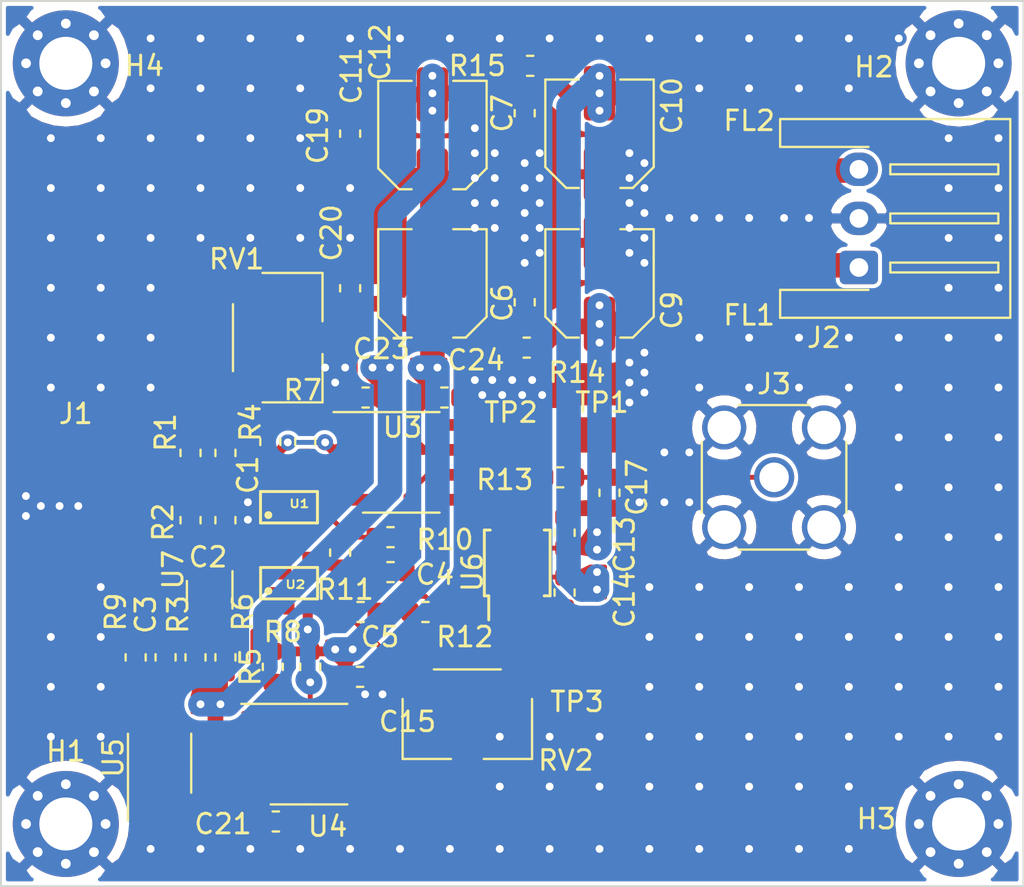
<source format=kicad_pcb>
(kicad_pcb (version 20171130) (host pcbnew "(5.1.5)-3")
  (layers (0 F.Cu signal) (31 B.Cu signal) (34 B.Paste user) (35 F.Paste user) (36 B.SilkS user) (37 F.SilkS user) (38 B.Mask user) (39 F.Mask user) (44 Edge.Cuts user))
  (net 0 "")
  (net 1 GND)
  (net 2 "Net-(C1-Pad1)")
  (net 3 "Net-(C2-Pad1)")
  (net 4 Vee+)
  (net 5 "Net-(C3-Pad2)")
  (net 6 "Net-(C4-Pad2)")
  (net 7 "Net-(C4-Pad1)")
  (net 8 "Net-(C5-Pad2)")
  (net 9 "Net-(C5-Pad1)")
  (net 10 Vcc)
  (net 11 Vee)
  (net 12 Vcc+)
  (net 13 "Net-(C17-Pad1)")
  (net 14 "Net-(FL1-Pad1)")
  (net 15 "Net-(FL2-Pad3)")
  (net 16 "Net-(R4-Pad1)")
  (net 17 "Net-(R4-Pad2)")
  (net 18 "Net-(R5-Pad2)")
  (net 19 "Net-(R7-Pad1)")
  (net 20 "Net-(R7-Pad2)")
  (net 21 "Net-(R8-Pad2)")
  (net 22 "Net-(R9-Pad1)")
  (net 23 "Net-(R13-Pad2)")
  (net 24 "Net-(U3-Pad8)")
  (net 25 "Net-(U3-Pad5)")
  (net 26 "Net-(U3-Pad1)")
  (net 27 "Net-(U4-Pad1)")
  (net 28 "Net-(U4-Pad5)")
  (net 29 "Net-(U4-Pad8)")
  (net 30 "Net-(U5-Pad1)")
  (net 31 "Net-(U5-Pad5)")
  (net 32 "Net-(U5-Pad7)")
  (net 33 "Net-(U5-Pad8)")
  (net 34 "Net-(R3-Pad1)")
  (net 35 "Net-(R6-Pad1)")
  (net 36 "Net-(U1-Pad2)")
  (net 37 "Net-(U2-Pad2)")
  (module Detector_rev2:JST-XH_S3B (layer F.Cu) (at 93.218 53.5775 90)
    (fp_text reference J2 (at -6.1125 -1.778 180) (layer F.SilkS))
    (fp_text value Conn_01x03_Male)
    (pad 2 thru_hole oval (at -0.04 0 90) (size 1.7 1.95) (drill 0.95) (layers *.Cu *.Mask) (net 1 GND))
    (pad 1 thru_hole roundrect (at -2.54 0 90) (size 1.7 1.95) (drill 0.95) (layers *.Cu *.Mask) (roundrect_rratio 0.147059) (net 14 "Net-(FL1-Pad1)"))
    (pad 3 thru_hole oval (at 2.46 0 90) (size 1.7 1.95) (drill 0.95) (layers *.Cu *.Mask) (net 15 "Net-(FL2-Pad3)"))
  )
  (module MountingHole:MountingHole_2.7mm_Pad_Via (layer F.Cu) (at 98.298 84.455)
    (fp_text reference H3 (at -4.191 -0.254) (layer F.SilkS))
    (fp_text value MountingHole_Pad)
    (pad 1 thru_hole circle (at 1.431891 -1.431891) (size 0.8 0.8) (drill 0.5) (layers *.Cu *.Mask) (net 1 GND))
    (pad 1 thru_hole circle (at 0 -2.025) (size 0.8 0.8) (drill 0.5) (layers *.Cu *.Mask) (net 1 GND))
    (pad 1 thru_hole circle (at -1.431891 -1.431891) (size 0.8 0.8) (drill 0.5) (layers *.Cu *.Mask) (net 1 GND))
    (pad 1 thru_hole circle (at -2.025 0) (size 0.8 0.8) (drill 0.5) (layers *.Cu *.Mask) (net 1 GND))
    (pad 1 thru_hole circle (at -1.431891 1.431891) (size 0.8 0.8) (drill 0.5) (layers *.Cu *.Mask) (net 1 GND))
    (pad 1 thru_hole circle (at 0 2.025) (size 0.8 0.8) (drill 0.5) (layers *.Cu *.Mask) (net 1 GND))
    (pad 1 thru_hole circle (at 1.431891 1.431891) (size 0.8 0.8) (drill 0.5) (layers *.Cu *.Mask) (net 1 GND))
    (pad 1 thru_hole circle (at 2.025 0) (size 0.8 0.8) (drill 0.5) (layers *.Cu *.Mask) (net 1 GND))
    (pad 1 thru_hole circle (at 0 0) (size 5.4 5.4) (drill 2.7) (layers *.Cu *.Mask) (net 1 GND))
  )
  (module Detector_rev2:input (layer F.Cu) (at 52.07 68.2625)
    (fp_text reference J1 (at 1.27 -4.699) (layer F.SilkS))
    (fp_text value Conn_01x03_Male)
    (pad 3 smd trapezoid (at 0 2.54) (size 3.524 1.524) (rect_delta 0.3 0) (layers F.Cu F.Paste F.Mask) (net 3 "Net-(C2-Pad1)"))
    (pad 2 smd trapezoid (at 0 0) (size 3.524 1.524) (rect_delta 0.3 0) (layers F.Cu F.Paste F.Mask) (net 1 GND))
    (pad 1 smd trapezoid (at 0 -2.54) (size 3.524 1.524) (rect_delta 0.3 0) (layers F.Cu F.Paste F.Mask) (net 2 "Net-(C1-Pad1)"))
  )
  (module MountingHole:MountingHole_2.7mm_Pad_Via (layer F.Cu) (at 52.832 45.72)
    (fp_text reference H4 (at 4.0005 0.127) (layer F.SilkS))
    (fp_text value MountingHole_Pad)
    (pad 1 thru_hole circle (at 1.431891 -1.431891) (size 0.8 0.8) (drill 0.5) (layers *.Cu *.Mask) (net 1 GND))
    (pad 1 thru_hole circle (at 0 -2.025) (size 0.8 0.8) (drill 0.5) (layers *.Cu *.Mask) (net 1 GND))
    (pad 1 thru_hole circle (at -1.431891 -1.431891) (size 0.8 0.8) (drill 0.5) (layers *.Cu *.Mask) (net 1 GND))
    (pad 1 thru_hole circle (at -2.025 0) (size 0.8 0.8) (drill 0.5) (layers *.Cu *.Mask) (net 1 GND))
    (pad 1 thru_hole circle (at -1.431891 1.431891) (size 0.8 0.8) (drill 0.5) (layers *.Cu *.Mask) (net 1 GND))
    (pad 1 thru_hole circle (at 0 2.025) (size 0.8 0.8) (drill 0.5) (layers *.Cu *.Mask) (net 1 GND))
    (pad 1 thru_hole circle (at 1.431891 1.431891) (size 0.8 0.8) (drill 0.5) (layers *.Cu *.Mask) (net 1 GND))
    (pad 1 thru_hole circle (at 2.025 0) (size 0.8 0.8) (drill 0.5) (layers *.Cu *.Mask) (net 1 GND))
    (pad 1 thru_hole circle (at 0 0) (size 5.4 5.4) (drill 2.7) (layers *.Cu *.Mask) (net 1 GND))
  )
  (module MountingHole:MountingHole_2.7mm_Pad_Via (layer F.Cu) (at 98.298 45.72)
    (fp_text reference H2 (at -4.318 0.1905) (layer F.SilkS))
    (fp_text value MountingHole_Pad)
    (pad 1 thru_hole circle (at 1.431891 -1.431891) (size 0.8 0.8) (drill 0.5) (layers *.Cu *.Mask) (net 1 GND))
    (pad 1 thru_hole circle (at 0 -2.025) (size 0.8 0.8) (drill 0.5) (layers *.Cu *.Mask) (net 1 GND))
    (pad 1 thru_hole circle (at -1.431891 -1.431891) (size 0.8 0.8) (drill 0.5) (layers *.Cu *.Mask) (net 1 GND))
    (pad 1 thru_hole circle (at -2.025 0) (size 0.8 0.8) (drill 0.5) (layers *.Cu *.Mask) (net 1 GND))
    (pad 1 thru_hole circle (at -1.431891 1.431891) (size 0.8 0.8) (drill 0.5) (layers *.Cu *.Mask) (net 1 GND))
    (pad 1 thru_hole circle (at 0 2.025) (size 0.8 0.8) (drill 0.5) (layers *.Cu *.Mask) (net 1 GND))
    (pad 1 thru_hole circle (at 1.431891 1.431891) (size 0.8 0.8) (drill 0.5) (layers *.Cu *.Mask) (net 1 GND))
    (pad 1 thru_hole circle (at 2.025 0) (size 0.8 0.8) (drill 0.5) (layers *.Cu *.Mask) (net 1 GND))
    (pad 1 thru_hole circle (at 0 0) (size 5.4 5.4) (drill 2.7) (layers *.Cu *.Mask) (net 1 GND))
  )
  (module MountingHole:MountingHole_2.7mm_Pad_Via (layer F.Cu) (at 52.832 84.455)
    (fp_text reference H1 (at 0 -3.7) (layer F.SilkS))
    (fp_text value MountingHole_Pad)
    (pad 1 thru_hole circle (at 1.431891 -1.431891) (size 0.8 0.8) (drill 0.5) (layers *.Cu *.Mask) (net 1 GND))
    (pad 1 thru_hole circle (at 0 -2.025) (size 0.8 0.8) (drill 0.5) (layers *.Cu *.Mask) (net 1 GND))
    (pad 1 thru_hole circle (at -1.431891 -1.431891) (size 0.8 0.8) (drill 0.5) (layers *.Cu *.Mask) (net 1 GND))
    (pad 1 thru_hole circle (at -2.025 0) (size 0.8 0.8) (drill 0.5) (layers *.Cu *.Mask) (net 1 GND))
    (pad 1 thru_hole circle (at -1.431891 1.431891) (size 0.8 0.8) (drill 0.5) (layers *.Cu *.Mask) (net 1 GND))
    (pad 1 thru_hole circle (at 0 2.025) (size 0.8 0.8) (drill 0.5) (layers *.Cu *.Mask) (net 1 GND))
    (pad 1 thru_hole circle (at 1.431891 1.431891) (size 0.8 0.8) (drill 0.5) (layers *.Cu *.Mask) (net 1 GND))
    (pad 1 thru_hole circle (at 2.025 0) (size 0.8 0.8) (drill 0.5) (layers *.Cu *.Mask) (net 1 GND))
    (pad 1 thru_hole circle (at 0 0) (size 5.4 5.4) (drill 2.7) (layers *.Cu *.Mask) (net 1 GND))
  )
  (module Connector_Coaxial:SMA_Amphenol_132134_Vertical (layer F.Cu) (at 88.9 66.802)
    (fp_text reference J3 (at 0 -4.75) (layer F.SilkS))
    (fp_text value Conn_Coaxial)
    (pad 2 thru_hole circle (at -2.54 2.54) (size 2.25 2.25) (drill 1.7) (layers *.Cu *.Mask) (net 1 GND))
    (pad 2 thru_hole circle (at -2.54 -2.54) (size 2.25 2.25) (drill 1.7) (layers *.Cu *.Mask) (net 1 GND))
    (pad 2 thru_hole circle (at 2.54 -2.54) (size 2.25 2.25) (drill 1.7) (layers *.Cu *.Mask) (net 1 GND))
    (pad 2 thru_hole circle (at 2.54 2.54) (size 2.25 2.25) (drill 1.7) (layers *.Cu *.Mask) (net 1 GND))
    (pad 1 thru_hole circle (at 0 0) (size 2.05 2.05) (drill 1.5) (layers *.Cu *.Mask) (net 13 "Net-(C17-Pad1)"))
  )
  (module Capacitor_SMD:C_Elec_5x5.8 (layer F.Cu) (at 71.501 49.3725 90)
    (fp_text reference C12 (at 4.224 -2.667 90) (layer F.SilkS))
    (fp_text value 100u)
    (pad 2 smd roundrect (at 2.0625 0 90) (size 2.775 1.6) (layers F.Cu F.Paste F.Mask) (roundrect_rratio 0.15625) (net 4 Vee+))
    (pad 1 smd roundrect (at -2.0625 0 90) (size 2.775 1.6) (layers F.Cu F.Paste F.Mask) (roundrect_rratio 0.15625) (net 1 GND))
  )
  (module Capacitor_SMD:C_Elec_5x5.8 (layer F.Cu) (at 71.501 56.9265 90)
    (fp_text reference C11 (at 10.5715 -4.1275 90) (layer F.SilkS))
    (fp_text value 100u)
    (pad 2 smd roundrect (at 2.0625 0 90) (size 2.775 1.6) (layers F.Cu F.Paste F.Mask) (roundrect_rratio 0.15625) (net 1 GND))
    (pad 1 smd roundrect (at -2.0625 0 90) (size 2.775 1.6) (layers F.Cu F.Paste F.Mask) (roundrect_rratio 0.15625) (net 12 Vcc+))
  )
  (module Capacitor_SMD:C_Elec_5x5.8 (layer F.Cu) (at 80.01 49.3065 90)
    (fp_text reference C10 (at 1.4275 3.683 90) (layer F.SilkS))
    (fp_text value 100u)
    (pad 2 smd roundrect (at 2.0625 0 90) (size 2.775 1.6) (layers F.Cu F.Paste F.Mask) (roundrect_rratio 0.15625) (net 11 Vee))
    (pad 1 smd roundrect (at -2.0625 0 90) (size 2.775 1.6) (layers F.Cu F.Paste F.Mask) (roundrect_rratio 0.15625) (net 1 GND))
  )
  (module Capacitor_SMD:C_Elec_5x5.8 (layer F.Cu) (at 80.01 56.9265 90)
    (fp_text reference C9 (at -1.3665 3.683 90) (layer F.SilkS))
    (fp_text value 100u)
    (pad 2 smd roundrect (at 2.0625 0 90) (size 2.775 1.6) (layers F.Cu F.Paste F.Mask) (roundrect_rratio 0.15625) (net 1 GND))
    (pad 1 smd roundrect (at -2.0625 0 90) (size 2.775 1.6) (layers F.Cu F.Paste F.Mask) (roundrect_rratio 0.15625) (net 10 Vcc))
  )
  (module Detector_rev2:SOT_25 (layer F.Cu) (at 64.196 68.326)
    (fp_text reference U1 (at 0.524999 -0.18) (layer F.SilkS) (effects (font (size 0.4 0.5) (thickness 0.1))))
    (fp_text value N-jfet_dual hide)
    (pad 5 smd rect (at -0.95 -1.2) (size 0.55 0.8) (layers F.Cu F.Paste F.Mask) (net 2 "Net-(C1-Pad1)"))
    (pad 4 smd rect (at 0.95 -1.2) (size 0.55 0.8) (layers F.Cu F.Paste F.Mask) (net 6 "Net-(C4-Pad2)"))
    (pad 3 smd rect (at 0.95 1.2) (size 0.55 0.8) (layers F.Cu F.Paste F.Mask) (net 20 "Net-(R7-Pad2)"))
    (pad 2 smd rect (at 0 1.2) (size 0.55 0.8) (layers F.Cu F.Paste F.Mask) (net 36 "Net-(U1-Pad2)"))
    (pad 1 smd rect (at -0.95 1.2) (size 0.55 0.8) (layers F.Cu F.Paste F.Mask) (net 17 "Net-(R4-Pad2)"))
  )
  (module Package_TO_SOT_SMD:SOT-363_SC-70-6 (layer F.Cu) (at 60.1576 72.7812 270)
    (fp_text reference U7 (at -1.2802 1.8646 270) (layer F.SilkS))
    (fp_text value DMMT3904)
    (pad 6 smd rect (at 0.95 -0.65 270) (size 0.65 0.4) (layers F.Cu F.Paste F.Mask) (net 37 "Net-(U2-Pad2)"))
    (pad 4 smd rect (at 0.95 0.65 270) (size 0.65 0.4) (layers F.Cu F.Paste F.Mask) (net 34 "Net-(R3-Pad1)"))
    (pad 2 smd rect (at -0.95 0 270) (size 0.65 0.4) (layers F.Cu F.Paste F.Mask) (net 5 "Net-(C3-Pad2)"))
    (pad 5 smd rect (at 0.95 0 270) (size 0.65 0.4) (layers F.Cu F.Paste F.Mask) (net 35 "Net-(R6-Pad1)"))
    (pad 3 smd rect (at -0.95 0.65 270) (size 0.65 0.4) (layers F.Cu F.Paste F.Mask) (net 36 "Net-(U1-Pad2)"))
    (pad 1 smd rect (at -0.95 -0.65 270) (size 0.65 0.4) (layers F.Cu F.Paste F.Mask) (net 5 "Net-(C3-Pad2)"))
  )
  (module Package_SO:SOIC-8_3.9x4.9mm_P1.27mm (layer F.Cu) (at 65.216 80.899)
    (fp_text reference U4 (at 0.951 3.683) (layer F.SilkS))
    (fp_text value LM6171D)
    (pad 1 smd roundrect (at -2.475 -1.905) (size 1.95 0.6) (layers F.Cu F.Paste F.Mask) (net 27 "Net-(U4-Pad1)"))
    (pad 2 smd roundrect (at -2.475 -0.635) (size 1.95 0.6) (layers F.Cu F.Paste F.Mask) (net 18 "Net-(R5-Pad2)"))
    (pad 3 smd roundrect (at -2.475 0.635) (size 1.95 0.6) (layers F.Cu F.Paste F.Mask) (net 21 "Net-(R8-Pad2)"))
    (pad 4 smd roundrect (at -2.475 1.905) (size 1.95 0.6) (layers F.Cu F.Paste F.Mask) (net 4 Vee+))
    (pad 5 smd roundrect (at 2.475 1.905) (size 1.95 0.6) (layers F.Cu F.Paste F.Mask) (net 28 "Net-(U4-Pad5)"))
    (pad 6 smd roundrect (at 2.475 0.635) (size 1.95 0.6) (layers F.Cu F.Paste F.Mask) (net 9 "Net-(C5-Pad1)"))
    (pad 7 smd roundrect (at 2.475 -0.635) (size 1.95 0.6) (layers F.Cu F.Paste F.Mask) (net 12 Vcc+))
    (pad 8 smd roundrect (at 2.475 -1.905) (size 1.95 0.6) (layers F.Cu F.Paste F.Mask) (net 29 "Net-(U4-Pad8)"))
  )
  (module Capacitor_SMD:C_0603_1608Metric (layer F.Cu) (at 60.96 65.5575 90)
    (fp_text reference C1 (at -1.1175 1.143 90) (layer F.SilkS))
    (fp_text value 5p)
    (pad 2 smd roundrect (at 0.7875 0 90) (size 0.875 0.95) (layers F.Cu F.Paste F.Mask) (net 1 GND))
    (pad 1 smd roundrect (at -0.7875 0 90) (size 0.875 0.95) (layers F.Cu F.Paste F.Mask) (net 2 "Net-(C1-Pad1)"))
  )
  (module Package_SO:SOIC-8_3.9x4.9mm_P1.27mm (layer F.Cu) (at 69.915 66.04)
    (fp_text reference U3 (at 0.062 -1.778) (layer F.SilkS))
    (fp_text value LM6171D)
    (pad 8 smd roundrect (at 2.475 -1.905) (size 1.95 0.6) (layers F.Cu F.Paste F.Mask) (net 24 "Net-(U3-Pad8)"))
    (pad 7 smd roundrect (at 2.475 -0.635) (size 1.95 0.6) (layers F.Cu F.Paste F.Mask) (net 12 Vcc+))
    (pad 6 smd roundrect (at 2.475 0.635) (size 1.95 0.6) (layers F.Cu F.Paste F.Mask) (net 7 "Net-(C4-Pad1)"))
    (pad 5 smd roundrect (at 2.475 1.905) (size 1.95 0.6) (layers F.Cu F.Paste F.Mask) (net 25 "Net-(U3-Pad5)"))
    (pad 4 smd roundrect (at -2.475 1.905) (size 1.95 0.6) (layers F.Cu F.Paste F.Mask) (net 4 Vee+))
    (pad 3 smd roundrect (at -2.475 0.635) (size 1.95 0.6) (layers F.Cu F.Paste F.Mask) (net 20 "Net-(R7-Pad2)"))
    (pad 2 smd roundrect (at -2.475 -0.635) (size 1.95 0.6) (layers F.Cu F.Paste F.Mask) (net 17 "Net-(R4-Pad2)"))
    (pad 1 smd roundrect (at -2.475 -1.905) (size 1.95 0.6) (layers F.Cu F.Paste F.Mask) (net 26 "Net-(U3-Pad1)"))
  )
  (module Capacitor_SMD:C_0603_1608Metric (layer F.Cu) (at 60.96 68.9865 90)
    (fp_text reference C2 (at -1.8795 -0.889 180) (layer F.SilkS))
    (fp_text value 5p)
    (pad 1 smd roundrect (at -0.7875 0 90) (size 0.875 0.95) (layers F.Cu F.Paste F.Mask) (net 3 "Net-(C2-Pad1)"))
    (pad 2 smd roundrect (at 0.7875 0 90) (size 0.875 0.95) (layers F.Cu F.Paste F.Mask) (net 1 GND))
  )
  (module Capacitor_SMD:C_0603_1608Metric (layer F.Cu) (at 57.912 75.9713 90)
    (fp_text reference C3 (at 2.1843 -1.016 90) (layer F.SilkS))
    (fp_text value 1u)
    (pad 1 smd roundrect (at -0.7875 0 90) (size 0.875 0.95) (layers F.Cu F.Paste F.Mask) (net 4 Vee+))
    (pad 2 smd roundrect (at 0.7875 0 90) (size 0.875 0.95) (layers F.Cu F.Paste F.Mask) (net 5 "Net-(C3-Pad2)"))
  )
  (module Capacitor_SMD:C_0603_1608Metric (layer F.Cu) (at 69.3675 71.628 180)
    (fp_text reference C4 (at -2.2605 -0.127) (layer F.SilkS))
    (fp_text value 10p)
    (pad 2 smd roundrect (at 0.7875 0 180) (size 0.875 0.95) (layers F.Cu F.Paste F.Mask) (net 6 "Net-(C4-Pad2)"))
    (pad 1 smd roundrect (at -0.7875 0 180) (size 0.875 0.95) (layers F.Cu F.Paste F.Mask) (net 7 "Net-(C4-Pad1)"))
  )
  (module Capacitor_SMD:C_0603_1608Metric (layer F.Cu) (at 67.8435 73.66 180)
    (fp_text reference C5 (at -0.9905 -1.27) (layer F.SilkS))
    (fp_text value 10p)
    (pad 2 smd roundrect (at 0.7875 0 180) (size 0.875 0.95) (layers F.Cu F.Paste F.Mask) (net 8 "Net-(C5-Pad2)"))
    (pad 1 smd roundrect (at -0.7875 0 180) (size 0.875 0.95) (layers F.Cu F.Paste F.Mask) (net 9 "Net-(C5-Pad1)"))
  )
  (module Capacitor_SMD:C_0603_1608Metric (layer F.Cu) (at 76.2 57.8865 90)
    (fp_text reference C6 (at -0.0255 -1.143 90) (layer F.SilkS))
    (fp_text value 0.1u)
    (pad 1 smd roundrect (at -0.7875 0 90) (size 0.875 0.95) (layers F.Cu F.Paste F.Mask) (net 10 Vcc))
    (pad 2 smd roundrect (at 0.7875 0 90) (size 0.875 0.95) (layers F.Cu F.Paste F.Mask) (net 1 GND))
  )
  (module Capacitor_SMD:C_0603_1608Metric (layer F.Cu) (at 76.2 48.26 90)
    (fp_text reference C7 (at 0 -1.143 90) (layer F.SilkS))
    (fp_text value 0.1u)
    (pad 2 smd roundrect (at 0.7875 0 90) (size 0.875 0.95) (layers F.Cu F.Paste F.Mask) (net 11 Vee))
    (pad 1 smd roundrect (at -0.7875 0 90) (size 0.875 0.95) (layers F.Cu F.Paste F.Mask) (net 1 GND))
  )
  (module Capacitor_SMD:C_0603_1608Metric (layer F.Cu) (at 78.232 69.6215 90)
    (fp_text reference C13 (at -0.6095 3.048 270) (layer F.SilkS))
    (fp_text value 0.1u)
    (pad 2 smd roundrect (at 0.7875 0 90) (size 0.875 0.95) (layers F.Cu F.Paste F.Mask) (net 1 GND))
    (pad 1 smd roundrect (at -0.7875 0 90) (size 0.875 0.95) (layers F.Cu F.Paste F.Mask) (net 10 Vcc))
  )
  (module Capacitor_SMD:C_0603_1608Metric (layer F.Cu) (at 78.232 72.6695 90)
    (fp_text reference C14 (at -0.3555 3.048 270) (layer F.SilkS))
    (fp_text value 0.1u)
    (pad 2 smd roundrect (at 0.7875 0 90) (size 0.875 0.95) (layers F.Cu F.Paste F.Mask) (net 11 Vee))
    (pad 1 smd roundrect (at -0.7875 0 90) (size 0.875 0.95) (layers F.Cu F.Paste F.Mask) (net 1 GND))
  )
  (module Capacitor_SMD:C_0603_1608Metric (layer F.Cu) (at 67.818 76.962)
    (fp_text reference C15 (at 2.413 2.286) (layer F.SilkS))
    (fp_text value 0.1u)
    (pad 1 smd roundrect (at -0.7875 0) (size 0.875 0.95) (layers F.Cu F.Paste F.Mask) (net 12 Vcc+))
    (pad 2 smd roundrect (at 0.7875 0) (size 0.875 0.95) (layers F.Cu F.Paste F.Mask) (net 1 GND))
  )
  (module Capacitor_SMD:C_0603_1608Metric (layer F.Cu) (at 80.518 67.5895 270)
    (fp_text reference C17 (at -0.2795 -1.397 90) (layer F.SilkS))
    (fp_text value 5p)
    (pad 1 smd roundrect (at -0.7875 0 270) (size 0.875 0.95) (layers F.Cu F.Paste F.Mask) (net 13 "Net-(C17-Pad1)"))
    (pad 2 smd roundrect (at 0.7875 0 270) (size 0.875 0.95) (layers F.Cu F.Paste F.Mask) (net 1 GND))
  )
  (module Capacitor_SMD:C_0603_1608Metric (layer F.Cu) (at 67.31 49.3015 90)
    (fp_text reference C19 (at -0.1015 -1.651 90) (layer F.SilkS))
    (fp_text value 0.1u)
    (pad 1 smd roundrect (at -0.7875 0 90) (size 0.875 0.95) (layers F.Cu F.Paste F.Mask) (net 1 GND))
    (pad 2 smd roundrect (at 0.7875 0 90) (size 0.875 0.95) (layers F.Cu F.Paste F.Mask) (net 4 Vee+))
  )
  (module Capacitor_SMD:C_0603_1608Metric (layer F.Cu) (at 67.31 57.1755 90)
    (fp_text reference C20 (at 2.8195 -0.9525 90) (layer F.SilkS))
    (fp_text value 0.1u)
    (pad 1 smd roundrect (at -0.7875 0 90) (size 0.875 0.95) (layers F.Cu F.Paste F.Mask) (net 12 Vcc+))
    (pad 2 smd roundrect (at 0.7875 0 90) (size 0.875 0.95) (layers F.Cu F.Paste F.Mask) (net 1 GND))
  )
  (module Capacitor_SMD:C_0603_1608Metric (layer F.Cu) (at 63.5255 84.328 180)
    (fp_text reference C21 (at 2.6925 -0.127) (layer F.SilkS))
    (fp_text value 0.1u)
    (pad 2 smd roundrect (at 0.7875 0 180) (size 0.875 0.95) (layers F.Cu F.Paste F.Mask) (net 4 Vee+))
    (pad 1 smd roundrect (at -0.7875 0 180) (size 0.875 0.95) (layers F.Cu F.Paste F.Mask) (net 1 GND))
  )
  (module Capacitor_SMD:C_0603_1608Metric (layer F.Cu) (at 68.0975 62.738)
    (fp_text reference C23 (at 0.8 -2.4765) (layer F.SilkS))
    (fp_text value 0.1u)
    (pad 1 smd roundrect (at -0.7875 0) (size 0.875 0.95) (layers F.Cu F.Paste F.Mask) (net 1 GND))
    (pad 2 smd roundrect (at 0.7875 0) (size 0.875 0.95) (layers F.Cu F.Paste F.Mask) (net 4 Vee+))
  )
  (module Capacitor_SMD:C_0603_1608Metric (layer F.Cu) (at 72.1105 62.738)
    (fp_text reference C24 (at 1.613 -1.905 180) (layer F.SilkS))
    (fp_text value 0.1u)
    (pad 2 smd roundrect (at 0.7875 0) (size 0.875 0.95) (layers F.Cu F.Paste F.Mask) (net 1 GND))
    (pad 1 smd roundrect (at -0.7875 0) (size 0.875 0.95) (layers F.Cu F.Paste F.Mask) (net 12 Vcc+))
  )
  (module Detector_rev2:EMI_Filter_2606 (layer F.Cu) (at 87.63 56.007 180)
    (fp_text reference FL1 (at 0 -2.54) (layer F.SilkS))
    (fp_text value EMI_Filter_LCL)
    (pad 2 smd rect (at 0 0 180) (size 2 2.6) (layers F.Cu F.Paste F.Mask) (net 1 GND))
    (pad 3 smd rect (at 3.2 0 180) (size 2 1.6) (layers F.Cu F.Paste F.Mask) (net 10 Vcc))
    (pad 1 smd rect (at -3.2 0 180) (size 2 1.6) (layers F.Cu F.Paste F.Mask) (net 14 "Net-(FL1-Pad1)"))
  )
  (module Detector_rev2:EMI_Filter_2606 (layer F.Cu) (at 87.63 51.181)
    (fp_text reference FL2 (at 0 -2.54) (layer F.SilkS))
    (fp_text value EMI_Filter_LCL)
    (pad 1 smd rect (at -3.2 0) (size 2 1.6) (layers F.Cu F.Paste F.Mask) (net 11 Vee))
    (pad 3 smd rect (at 3.2 0) (size 2 1.6) (layers F.Cu F.Paste F.Mask) (net 15 "Net-(FL2-Pad3)"))
    (pad 2 smd rect (at 0 0) (size 2 2.6) (layers F.Cu F.Paste F.Mask) (net 1 GND))
  )
  (module Resistor_SMD:R_0603_1608Metric (layer F.Cu) (at 59.182 65.5575 90)
    (fp_text reference R1 (at 1.0415 -1.27 90) (layer F.SilkS))
    (fp_text value 100M)
    (pad 2 smd roundrect (at 0.7875 0 90) (size 0.875 0.95) (layers F.Cu F.Paste F.Mask) (net 1 GND))
    (pad 1 smd roundrect (at -0.7875 0 90) (size 0.875 0.95) (layers F.Cu F.Paste F.Mask) (net 2 "Net-(C1-Pad1)"))
  )
  (module Resistor_SMD:R_0603_1608Metric (layer F.Cu) (at 59.182 68.9865 90)
    (fp_text reference R2 (at -0.1015 -1.397 90) (layer F.SilkS))
    (fp_text value 100M)
    (pad 2 smd roundrect (at 0.7875 0 90) (size 0.875 0.95) (layers F.Cu F.Paste F.Mask) (net 1 GND))
    (pad 1 smd roundrect (at -0.7875 0 90) (size 0.875 0.95) (layers F.Cu F.Paste F.Mask) (net 3 "Net-(C2-Pad1)"))
  )
  (module Resistor_SMD:R_0603_1608Metric (layer F.Cu) (at 59.436 75.9715 270)
    (fp_text reference R3 (at -2.1845 0.889 270) (layer F.SilkS))
    (fp_text value 430)
    (pad 1 smd roundrect (at -0.7875 0 270) (size 0.875 0.95) (layers F.Cu F.Paste F.Mask) (net 34 "Net-(R3-Pad1)"))
    (pad 2 smd roundrect (at 0.7875 0 270) (size 0.875 0.95) (layers F.Cu F.Paste F.Mask) (net 4 Vee+))
  )
  (module Resistor_SMD:R_0603_1608Metric (layer F.Cu) (at 63.246 64.9985 270)
    (fp_text reference R4 (at -0.9905 1.016 270) (layer F.SilkS))
    (fp_text value 1k)
    (pad 1 smd roundrect (at -0.7875 0 270) (size 0.875 0.95) (layers F.Cu F.Paste F.Mask) (net 16 "Net-(R4-Pad1)"))
    (pad 2 smd roundrect (at 0.7875 0 270) (size 0.875 0.95) (layers F.Cu F.Paste F.Mask) (net 17 "Net-(R4-Pad2)"))
  )
  (module Resistor_SMD:R_0603_1608Metric (layer F.Cu) (at 63.373 76.454 270)
    (fp_text reference R5 (at 0 1.143 90) (layer F.SilkS))
    (fp_text value 1k)
    (pad 2 smd roundrect (at 0.7875 0 270) (size 0.875 0.95) (layers F.Cu F.Paste F.Mask) (net 18 "Net-(R5-Pad2)"))
    (pad 1 smd roundrect (at -0.7875 0 270) (size 0.875 0.95) (layers F.Cu F.Paste F.Mask) (net 12 Vcc+))
  )
  (module Resistor_SMD:R_0603_1608Metric (layer F.Cu) (at 60.96 75.9715 270)
    (fp_text reference R6 (at -2.3115 -0.889 90) (layer F.SilkS))
    (fp_text value 430)
    (pad 2 smd roundrect (at 0.7875 0 270) (size 0.875 0.95) (layers F.Cu F.Paste F.Mask) (net 4 Vee+))
    (pad 1 smd roundrect (at -0.7875 0 270) (size 0.875 0.95) (layers F.Cu F.Paste F.Mask) (net 35 "Net-(R6-Pad1)"))
  )
  (module Resistor_SMD:R_0603_1608Metric (layer F.Cu) (at 65.024 64.9985 270)
    (fp_text reference R7 (at -2.6415 0.127 180) (layer F.SilkS))
    (fp_text value 1k)
    (pad 1 smd roundrect (at -0.7875 0 270) (size 0.875 0.95) (layers F.Cu F.Paste F.Mask) (net 19 "Net-(R7-Pad1)"))
    (pad 2 smd roundrect (at 0.7875 0 270) (size 0.875 0.95) (layers F.Cu F.Paste F.Mask) (net 20 "Net-(R7-Pad2)"))
  )
  (module Resistor_SMD:R_0603_1608Metric (layer F.Cu) (at 65.278 76.454 270)
    (fp_text reference R8 (at -1.778 1.397 180) (layer F.SilkS))
    (fp_text value 1k)
    (pad 1 smd roundrect (at -0.7875 0 270) (size 0.875 0.95) (layers F.Cu F.Paste F.Mask) (net 12 Vcc+))
    (pad 2 smd roundrect (at 0.7875 0 270) (size 0.875 0.95) (layers F.Cu F.Paste F.Mask) (net 21 "Net-(R8-Pad2)"))
  )
  (module Resistor_SMD:R_0603_1608Metric (layer F.Cu) (at 56.388 75.9715 90)
    (fp_text reference R9 (at 2.3115 -1.016 90) (layer F.SilkS))
    (fp_text value 200)
    (pad 1 smd roundrect (at -0.7875 0 90) (size 0.875 0.95) (layers F.Cu F.Paste F.Mask) (net 22 "Net-(R9-Pad1)"))
    (pad 2 smd roundrect (at 0.7875 0 90) (size 0.875 0.95) (layers F.Cu F.Paste F.Mask) (net 5 "Net-(C3-Pad2)"))
  )
  (module Resistor_SMD:R_0603_1608Metric (layer F.Cu) (at 69.3675 69.85 180)
    (fp_text reference R10 (at -2.7685 -0.127) (layer F.SilkS))
    (fp_text value 1k)
    (pad 2 smd roundrect (at 0.7875 0 180) (size 0.875 0.95) (layers F.Cu F.Paste F.Mask) (net 6 "Net-(C4-Pad2)"))
    (pad 1 smd roundrect (at -0.7875 0 180) (size 0.875 0.95) (layers F.Cu F.Paste F.Mask) (net 7 "Net-(C4-Pad1)"))
  )
  (module Resistor_SMD:R_0603_1608Metric (layer F.Cu) (at 66.802 70.6375 270)
    (fp_text reference R11 (at 1.8795 -0.254) (layer F.SilkS))
    (fp_text value 20)
    (pad 1 smd roundrect (at -0.7875 0 270) (size 0.875 0.95) (layers F.Cu F.Paste F.Mask) (net 6 "Net-(C4-Pad2)"))
    (pad 2 smd roundrect (at 0.7875 0 270) (size 0.875 0.95) (layers F.Cu F.Paste F.Mask) (net 8 "Net-(C5-Pad2)"))
  )
  (module Resistor_SMD:R_0603_1608Metric (layer F.Cu) (at 71.1455 73.66)
    (fp_text reference R12 (at 2.0065 1.27) (layer F.SilkS))
    (fp_text value 1.24k)
    (pad 1 smd roundrect (at -0.7875 0) (size 0.875 0.95) (layers F.Cu F.Paste F.Mask) (net 8 "Net-(C5-Pad2)"))
    (pad 2 smd roundrect (at 0.7875 0) (size 0.875 0.95) (layers F.Cu F.Paste F.Mask) (net 9 "Net-(C5-Pad1)"))
  )
  (module Resistor_SMD:R_0603_1608Metric (layer F.Cu) (at 78.0035 66.802 180)
    (fp_text reference R13 (at 2.8195 -0.127) (layer F.SilkS))
    (fp_text value 50)
    (pad 2 smd roundrect (at 0.7875 0 180) (size 0.875 0.95) (layers F.Cu F.Paste F.Mask) (net 23 "Net-(R13-Pad2)"))
    (pad 1 smd roundrect (at -0.7875 0 180) (size 0.875 0.95) (layers F.Cu F.Paste F.Mask) (net 13 "Net-(C17-Pad1)"))
  )
  (module Resistor_SMD:R_0603_1608Metric (layer F.Cu) (at 76.3015 60.198)
    (fp_text reference R14 (at 2.5655 1.27) (layer F.SilkS))
    (fp_text value 50)
    (pad 2 smd roundrect (at 0.7875 0) (size 0.875 0.95) (layers F.Cu F.Paste F.Mask) (net 10 Vcc))
    (pad 1 smd roundrect (at -0.7875 0) (size 0.875 0.95) (layers F.Cu F.Paste F.Mask) (net 12 Vcc+))
  )
  (module Resistor_SMD:R_0603_1608Metric (layer F.Cu) (at 76.4795 45.847)
    (fp_text reference R15 (at -2.6925 0) (layer F.SilkS))
    (fp_text value 50)
    (pad 1 smd roundrect (at -0.7875 0) (size 0.875 0.95) (layers F.Cu F.Paste F.Mask) (net 4 Vee+))
    (pad 2 smd roundrect (at 0.7875 0) (size 0.875 0.95) (layers F.Cu F.Paste F.Mask) (net 11 Vee))
  )
  (module Potentiometer_SMD:Potentiometer_Bourns_3269W_Vertical (layer F.Cu) (at 63.629 59.69 90)
    (fp_text reference RV1 (at 4.0005 -2.0975) (layer F.SilkS))
    (fp_text value 100)
    (pad 3 smd rect (at -2.54 -2.415 90) (size 1.19 2.79) (layers F.Cu F.Paste F.Mask) (net 16 "Net-(R4-Pad1)"))
    (pad 2 smd rect (at 0 2.415 90) (size 1.19 2.79) (layers F.Cu F.Paste F.Mask) (net 12 Vcc+))
    (pad 1 smd rect (at 2.54 -2.415 90) (size 1.19 2.79) (layers F.Cu F.Paste F.Mask) (net 19 "Net-(R7-Pad1)"))
  )
  (module Potentiometer_SMD:Potentiometer_Bourns_3269W_Vertical (layer F.Cu) (at 73.279 78.869)
    (fp_text reference RV2 (at 5.0165 2.3475) (layer F.SilkS))
    (fp_text value 4.75k)
    (pad 1 smd rect (at 2.54 -2.415) (size 1.19 2.79) (layers F.Cu F.Paste F.Mask) (net 9 "Net-(C5-Pad1)"))
    (pad 2 smd rect (at 0 2.415) (size 1.19 2.79) (layers F.Cu F.Paste F.Mask) (net 9 "Net-(C5-Pad1)"))
    (pad 3 smd rect (at -2.54 -2.415) (size 1.19 2.79) (layers F.Cu F.Paste F.Mask) (net 8 "Net-(C5-Pad2)"))
  )
  (module Detector_rev2:HK-1-G (layer F.Cu) (at 80.518 64.643)
    (fp_text reference TP1 (at -0.381 -1.651) (layer F.SilkS))
    (fp_text value TestPoint)
    (pad 1 smd rect (at 0 0) (size 3.4 1.8) (layers F.Cu F.Paste F.Mask) (net 13 "Net-(C17-Pad1)"))
  )
  (module Detector_rev2:HK-1-G (layer F.Cu) (at 75.5015 65.024 180)
    (fp_text reference TP2 (at 0 1.524) (layer F.SilkS))
    (fp_text value TestPoint)
    (pad 1 smd rect (at 0 0 180) (size 3.4 1.8) (layers F.Cu F.Paste F.Mask) (net 7 "Net-(C4-Pad1)"))
  )
  (module Detector_rev2:HK-1-G (layer F.Cu) (at 78.74 76.454)
    (fp_text reference TP3 (at 0.127 1.778) (layer F.SilkS))
    (fp_text value TestPoint)
    (pad 1 smd rect (at 0 0) (size 3.4 1.8) (layers F.Cu F.Paste F.Mask) (net 9 "Net-(C5-Pad1)"))
  )
  (module Detector_rev2:SOT_25 (layer F.Cu) (at 64.201 72.193)
    (fp_text reference U2 (at 0.32 0.07) (layer F.SilkS) (effects (font (size 0.4 0.5) (thickness 0.1))))
    (fp_text value N-jfet_dual hide)
    (pad 1 smd rect (at -0.95 1.2) (size 0.55 0.8) (layers F.Cu F.Paste F.Mask) (net 18 "Net-(R5-Pad2)"))
    (pad 2 smd rect (at 0 1.2) (size 0.55 0.8) (layers F.Cu F.Paste F.Mask) (net 37 "Net-(U2-Pad2)"))
    (pad 3 smd rect (at 0.95 1.2) (size 0.55 0.8) (layers F.Cu F.Paste F.Mask) (net 21 "Net-(R8-Pad2)"))
    (pad 4 smd rect (at 0.95 -1.2) (size 0.55 0.8) (layers F.Cu F.Paste F.Mask) (net 8 "Net-(C5-Pad2)"))
    (pad 5 smd rect (at -0.95 -1.2) (size 0.55 0.8) (layers F.Cu F.Paste F.Mask) (net 3 "Net-(C2-Pad1)"))
  )
  (module Package_SO:MSOP-8_3x3mm_P0.65mm (layer F.Cu) (at 57.6072 81.3605 90)
    (fp_text reference U5 (at 0.271 -2.3622 90) (layer F.SilkS))
    (fp_text value LT6657BHMS8-5)
    (pad 1 smd roundrect (at -2.1125 -0.975 90) (size 1.625 0.5) (layers F.Cu F.Paste F.Mask) (net 30 "Net-(U5-Pad1)"))
    (pad 2 smd roundrect (at -2.1125 -0.325 90) (size 1.625 0.5) (layers F.Cu F.Paste F.Mask) (net 1 GND))
    (pad 3 smd roundrect (at -2.1125 0.325 90) (size 1.625 0.5) (layers F.Cu F.Paste F.Mask) (net 1 GND))
    (pad 4 smd roundrect (at -2.1125 0.975 90) (size 1.625 0.5) (layers F.Cu F.Paste F.Mask) (net 4 Vee+))
    (pad 5 smd roundrect (at 2.1125 0.975 90) (size 1.625 0.5) (layers F.Cu F.Paste F.Mask) (net 31 "Net-(U5-Pad5)"))
    (pad 6 smd roundrect (at 2.1125 0.325 90) (size 1.625 0.5) (layers F.Cu F.Paste F.Mask) (net 22 "Net-(R9-Pad1)"))
    (pad 7 smd roundrect (at 2.1125 -0.325 90) (size 1.625 0.5) (layers F.Cu F.Paste F.Mask) (net 32 "Net-(U5-Pad7)"))
    (pad 8 smd roundrect (at 2.1125 -0.975 90) (size 1.625 0.5) (layers F.Cu F.Paste F.Mask) (net 33 "Net-(U5-Pad8)"))
  )
  (module Package_SO:MSOP-10_3x3mm_P0.5mm (layer F.Cu) (at 75.819 71.161 90)
    (fp_text reference U6 (at -0.467 -2.286 90) (layer F.SilkS))
    (fp_text value LT1995)
    (pad 1 smd rect (at -2.2 -1 90) (size 1.4 0.3) (layers F.Cu F.Paste F.Mask) (net 9 "Net-(C5-Pad1)"))
    (pad 2 smd rect (at -2.2 -0.5 90) (size 1.4 0.3) (layers F.Cu F.Paste F.Mask) (net 9 "Net-(C5-Pad1)"))
    (pad 3 smd rect (at -2.2 0 90) (size 1.4 0.3) (layers F.Cu F.Paste F.Mask) (net 9 "Net-(C5-Pad1)"))
    (pad 4 smd rect (at -2.2 0.5 90) (size 1.4 0.3) (layers F.Cu F.Paste F.Mask) (net 11 Vee))
    (pad 5 smd rect (at -2.2 1 90) (size 1.4 0.3) (layers F.Cu F.Paste F.Mask) (net 1 GND))
    (pad 6 smd rect (at 2.2 1 90) (size 1.4 0.3) (layers F.Cu F.Paste F.Mask) (net 23 "Net-(R13-Pad2)"))
    (pad 7 smd rect (at 2.2 0.5 90) (size 1.4 0.3) (layers F.Cu F.Paste F.Mask) (net 10 Vcc))
    (pad 8 smd rect (at 2.2 0 90) (size 1.4 0.3) (layers F.Cu F.Paste F.Mask) (net 7 "Net-(C4-Pad1)"))
    (pad 9 smd rect (at 2.2 -0.5 90) (size 1.4 0.3) (layers F.Cu F.Paste F.Mask) (net 7 "Net-(C4-Pad1)"))
    (pad 10 smd rect (at 2.2 -1 90) (size 1.4 0.3) (layers F.Cu F.Paste F.Mask) (net 7 "Net-(C4-Pad1)"))
  )
  (gr_poly (pts (xy 101.6 87.63) (xy 49.53 87.63) (xy 49.53 42.545) (xy 101.6 42.545)) (layer Edge.Cuts) (width 0.1))
  (via (at 82.55 74.93) (size 0.8) (drill 0.4) (layers F.Cu B.Cu) (net 1))
  (via (at 82.55 72.39) (size 0.8) (drill 0.4) (layers F.Cu B.Cu) (net 1))
  (via (at 53.467 68.2625) (size 0.8) (drill 0.4) (layers F.Cu B.Cu) (net 1))
  (via (at 52.5145 68.2625) (size 0.8) (drill 0.4) (layers F.Cu B.Cu) (net 1))
  (via (at 51.562 68.2625) (size 0.8) (drill 0.4) (layers F.Cu B.Cu) (net 1))
  (via (at 50.8 68.7705) (size 0.8) (drill 0.4) (layers F.Cu B.Cu) (net 1))
  (via (at 50.8 67.7545) (size 0.8) (drill 0.4) (layers F.Cu B.Cu) (net 1))
  (segment (start 67.31 56.388) (end 67.818 56.388) (width 0.8) (layer F.Cu) (net 1))
  (segment (start 69.342 54.864) (end 71.501 54.864) (width 0.8) (layer F.Cu) (net 1))
  (segment (start 67.818 56.388) (end 69.342 54.864) (width 0.8) (layer F.Cu) (net 1))
  (segment (start 68.377 50.089) (end 69.723 51.435) (width 0.8) (layer F.Cu) (net 1))
  (segment (start 67.31 50.089) (end 68.377 50.089) (width 0.8) (layer F.Cu) (net 1))
  (segment (start 69.723 51.435) (end 71.501 51.435) (width 0.8) (layer F.Cu) (net 1))
  (segment (start 64.313 84.328) (end 63.38799 85.25301) (width 0.5) (layer F.Cu) (net 1))
  (segment (start 63.38799 85.25301) (end 59.52699 85.25301) (width 0.5) (layer F.Cu) (net 1))
  (segment (start 57.2822 83.473) (end 57.9322 83.473) (width 0.25) (layer F.Cu) (net 1))
  (via (at 66.04 61.214) (size 0.8) (drill 0.4) (layers F.Cu B.Cu) (net 1))
  (via (at 67.056 61.214) (size 0.8) (drill 0.4) (layers F.Cu B.Cu) (net 1))
  (via (at 66.548 61.976) (size 0.8) (drill 0.4) (layers F.Cu B.Cu) (net 1))
  (via (at 74.676 51.562) (size 0.8) (drill 0.4) (layers F.Cu B.Cu) (net 1))
  (via (at 74.676 52.832) (size 0.8) (drill 0.4) (layers F.Cu B.Cu) (net 1))
  (via (at 74.676 54.102) (size 0.8) (drill 0.4) (layers F.Cu B.Cu) (net 1))
  (via (at 76.962 51.562) (size 0.8) (drill 0.4) (layers F.Cu B.Cu) (net 1))
  (via (at 76.962 52.832) (size 0.8) (drill 0.4) (layers F.Cu B.Cu) (net 1))
  (via (at 76.962 54.102) (size 0.8) (drill 0.4) (layers F.Cu B.Cu) (net 1))
  (via (at 73.66 52.832) (size 0.8) (drill 0.4) (layers F.Cu B.Cu) (net 1))
  (via (at 73.66 54.102) (size 0.8) (drill 0.4) (layers F.Cu B.Cu) (net 1))
  (via (at 73.66 51.562) (size 0.8) (drill 0.4) (layers F.Cu B.Cu) (net 1))
  (via (at 73.66 50.292) (size 0.8) (drill 0.4) (layers F.Cu B.Cu) (net 1))
  (via (at 73.66 49.022) (size 0.8) (drill 0.4) (layers F.Cu B.Cu) (net 1))
  (via (at 74.676 50.292) (size 0.8) (drill 0.4) (layers F.Cu B.Cu) (net 1))
  (via (at 76.962 50.292) (size 0.8) (drill 0.4) (layers F.Cu B.Cu) (net 1))
  (via (at 76.2 50.8) (size 0.8) (drill 0.4) (layers F.Cu B.Cu) (net 1))
  (via (at 76.2 52.07) (size 0.8) (drill 0.4) (layers F.Cu B.Cu) (net 1))
  (via (at 76.2 53.34) (size 0.8) (drill 0.4) (layers F.Cu B.Cu) (net 1))
  (via (at 76.2 54.61) (size 0.8) (drill 0.4) (layers F.Cu B.Cu) (net 1))
  (via (at 76.962 55.372) (size 0.8) (drill 0.4) (layers F.Cu B.Cu) (net 1))
  (via (at 76.2 55.88) (size 0.8) (drill 0.4) (layers F.Cu B.Cu) (net 1))
  (via (at 81.534 50.292) (size 0.8) (drill 0.4) (layers F.Cu B.Cu) (net 1))
  (via (at 81.534 51.562) (size 0.8) (drill 0.4) (layers F.Cu B.Cu) (net 1))
  (via (at 81.534 52.832) (size 0.8) (drill 0.4) (layers F.Cu B.Cu) (net 1))
  (via (at 81.534 54.102) (size 0.8) (drill 0.4) (layers F.Cu B.Cu) (net 1))
  (via (at 81.534 55.372) (size 0.8) (drill 0.4) (layers F.Cu B.Cu) (net 1))
  (via (at 82.296 50.8) (size 0.8) (drill 0.4) (layers F.Cu B.Cu) (net 1))
  (via (at 82.296 52.07) (size 0.8) (drill 0.4) (layers F.Cu B.Cu) (net 1))
  (via (at 82.296 53.34) (size 0.8) (drill 0.4) (layers F.Cu B.Cu) (net 1))
  (via (at 82.296 54.61) (size 0.8) (drill 0.4) (layers F.Cu B.Cu) (net 1))
  (via (at 82.296 55.88) (size 0.8) (drill 0.4) (layers F.Cu B.Cu) (net 1))
  (via (at 74.549 61.849) (size 0.8) (drill 0.4) (layers F.Cu B.Cu) (net 1))
  (via (at 75.565 61.849) (size 0.8) (drill 0.4) (layers F.Cu B.Cu) (net 1))
  (via (at 76.581 61.849) (size 0.8) (drill 0.4) (layers F.Cu B.Cu) (net 1))
  (via (at 74.041 62.611) (size 0.8) (drill 0.4) (layers F.Cu B.Cu) (net 1))
  (via (at 75.057 62.611) (size 0.8) (drill 0.4) (layers F.Cu B.Cu) (net 1))
  (via (at 76.073 62.611) (size 0.8) (drill 0.4) (layers F.Cu B.Cu) (net 1))
  (via (at 77.089 62.611) (size 0.8) (drill 0.4) (layers F.Cu B.Cu) (net 1))
  (via (at 81.534 60.96) (size 0.8) (drill 0.4) (layers F.Cu B.Cu) (net 1))
  (via (at 81.534 61.976) (size 0.8) (drill 0.4) (layers F.Cu B.Cu) (net 1))
  (via (at 81.534 62.992) (size 0.8) (drill 0.4) (layers F.Cu B.Cu) (net 1))
  (via (at 82.296 60.452) (size 0.8) (drill 0.4) (layers F.Cu B.Cu) (net 1))
  (via (at 82.296 61.468) (size 0.8) (drill 0.4) (layers F.Cu B.Cu) (net 1))
  (via (at 82.296 62.484) (size 0.8) (drill 0.4) (layers F.Cu B.Cu) (net 1))
  (segment (start 78.232 73.457) (end 77.069001 73.457) (width 0.8) (layer F.Cu) (net 1))
  (segment (start 58.736522 85.25301) (end 57.82101 85.25301) (width 0.8) (layer F.Cu) (net 1))
  (segment (start 57.82101 85.25301) (end 57.74899 85.25301) (width 0.8) (layer F.Cu) (net 1))
  (segment (start 57.74899 85.25301) (end 57.658 85.16202) (width 0.8) (layer F.Cu) (net 1))
  (segment (start 57.658 85.16202) (end 57.658 83.058) (width 0.8) (layer F.Cu) (net 1))
  (segment (start 57.658 83.058) (end 57.658 83.0972) (width 0.8) (layer F.Cu) (net 1))
  (via (at 62.103 68.072) (size 0.8) (drill 0.4) (layers F.Cu B.Cu) (net 1))
  (via (at 62.103 68.961) (size 0.8) (drill 0.4) (layers F.Cu B.Cu) (net 1))
  (via (at 68.961 77.851) (size 0.8) (drill 0.4) (layers F.Cu B.Cu) (net 1))
  (via (at 68.072 77.851) (size 0.8) (drill 0.4) (layers F.Cu B.Cu) (net 1))
  (segment (start 78.689 68.377) (end 78.232 68.834) (width 0.8) (layer F.Cu) (net 1))
  (segment (start 80.518 68.377) (end 78.689 68.377) (width 0.8) (layer F.Cu) (net 1))
  (segment (start 78.232 73.457) (end 78.232 74.5236) (width 0.8) (layer F.Cu) (net 1))
  (segment (start 78.232 74.5236) (end 82.1944 74.5236) (width 0.8) (layer F.Cu) (net 1))
  (segment (start 82.1944 74.5236) (end 82.1944 68.4276) (width 0.8) (layer F.Cu) (net 1))
  (segment (start 82.1438 68.377) (end 81.991 68.377) (width 0.8) (layer F.Cu) (net 1))
  (segment (start 82.1944 68.4276) (end 82.1438 68.377) (width 0.8) (layer F.Cu) (net 1))
  (segment (start 87.63 56.007) (end 87.63 53.594) (width 1.25) (layer F.Cu) (net 1))
  (segment (start 71.501 54.864) (end 71.501 51.435) (width 1.25) (layer F.Cu) (net 1))
  (segment (start 80.01 54.864) (end 80.01 51.369) (width 1.25) (layer F.Cu) (net 1))
  (segment (start 60.96 64.77) (end 60.96 63.8556) (width 0.8) (layer F.Cu) (net 1))
  (segment (start 60.96 63.8556) (end 60.9346 63.8302) (width 0.8) (layer F.Cu) (net 1))
  (segment (start 60.9346 63.8302) (end 59.2074 63.8302) (width 0.8) (layer F.Cu) (net 1))
  (segment (start 59.2074 64.7446) (end 59.182 64.77) (width 0.8) (layer F.Cu) (net 1))
  (segment (start 59.2074 63.8302) (end 59.2074 64.7446) (width 0.8) (layer F.Cu) (net 1))
  (segment (start 59.182 64.77) (end 57.912 64.77) (width 0.8) (layer F.Cu) (net 1))
  (via (at 57.15 44.45) (size 0.8) (drill 0.4) (layers F.Cu B.Cu) (net 1))
  (via (at 59.69 44.45) (size 0.8) (drill 0.4) (layers F.Cu B.Cu) (net 1))
  (via (at 62.23 44.45) (size 0.8) (drill 0.4) (layers F.Cu B.Cu) (net 1))
  (via (at 64.77 44.45) (size 0.8) (drill 0.4) (layers F.Cu B.Cu) (net 1))
  (via (at 67.31 44.45) (size 0.8) (drill 0.4) (layers F.Cu B.Cu) (net 1))
  (via (at 69.85 44.45) (size 0.8) (drill 0.4) (layers F.Cu B.Cu) (net 1))
  (via (at 77.47 44.45) (size 0.8) (drill 0.4) (layers F.Cu B.Cu) (net 1))
  (via (at 80.01 44.45) (size 0.8) (drill 0.4) (layers F.Cu B.Cu) (net 1))
  (via (at 82.55 44.45) (size 0.8) (drill 0.4) (layers F.Cu B.Cu) (net 1))
  (via (at 85.09 44.45) (size 0.8) (drill 0.4) (layers F.Cu B.Cu) (net 1))
  (via (at 87.63 44.45) (size 0.8) (drill 0.4) (layers F.Cu B.Cu) (net 1))
  (via (at 90.17 44.45) (size 0.8) (drill 0.4) (layers F.Cu B.Cu) (net 1))
  (via (at 92.71 44.45) (size 0.8) (drill 0.4) (layers F.Cu B.Cu) (net 1))
  (via (at 95.25 44.45) (size 0.8) (drill 0.4) (layers F.Cu B.Cu) (net 1))
  (via (at 100.33 49.53) (size 0.8) (drill 0.4) (layers F.Cu B.Cu) (net 1))
  (via (at 100.33 52.07) (size 0.8) (drill 0.4) (layers F.Cu B.Cu) (net 1))
  (via (at 100.33 54.61) (size 0.8) (drill 0.4) (layers F.Cu B.Cu) (net 1))
  (via (at 100.33 57.15) (size 0.8) (drill 0.4) (layers F.Cu B.Cu) (net 1))
  (via (at 100.33 59.69) (size 0.8) (drill 0.4) (layers F.Cu B.Cu) (net 1))
  (via (at 100.33 62.23) (size 0.8) (drill 0.4) (layers F.Cu B.Cu) (net 1))
  (via (at 100.33 64.77) (size 0.8) (drill 0.4) (layers F.Cu B.Cu) (net 1))
  (via (at 100.33 67.31) (size 0.8) (drill 0.4) (layers F.Cu B.Cu) (net 1))
  (via (at 100.33 69.85) (size 0.8) (drill 0.4) (layers F.Cu B.Cu) (net 1))
  (via (at 100.33 72.39) (size 0.8) (drill 0.4) (layers F.Cu B.Cu) (net 1))
  (via (at 100.33 74.93) (size 0.8) (drill 0.4) (layers F.Cu B.Cu) (net 1))
  (via (at 100.33 77.47) (size 0.8) (drill 0.4) (layers F.Cu B.Cu) (net 1))
  (via (at 100.33 80.01) (size 0.8) (drill 0.4) (layers F.Cu B.Cu) (net 1))
  (via (at 92.71 85.725) (size 0.8) (drill 0.4) (layers F.Cu B.Cu) (net 1))
  (via (at 90.17 85.725) (size 0.8) (drill 0.4) (layers F.Cu B.Cu) (net 1))
  (via (at 87.63 85.725) (size 0.8) (drill 0.4) (layers F.Cu B.Cu) (net 1))
  (via (at 85.09 85.725) (size 0.8) (drill 0.4) (layers F.Cu B.Cu) (net 1))
  (via (at 82.55 85.725) (size 0.8) (drill 0.4) (layers F.Cu B.Cu) (net 1))
  (via (at 80.01 85.725) (size 0.8) (drill 0.4) (layers F.Cu B.Cu) (net 1))
  (via (at 77.47 85.725) (size 0.8) (drill 0.4) (layers F.Cu B.Cu) (net 1))
  (via (at 74.93 85.725) (size 0.8) (drill 0.4) (layers F.Cu B.Cu) (net 1))
  (via (at 72.39 85.725) (size 0.8) (drill 0.4) (layers F.Cu B.Cu) (net 1))
  (via (at 69.85 85.725) (size 0.8) (drill 0.4) (layers F.Cu B.Cu) (net 1))
  (via (at 67.31 85.725) (size 0.8) (drill 0.4) (layers F.Cu B.Cu) (net 1))
  (via (at 64.77 85.725) (size 0.8) (drill 0.4) (layers F.Cu B.Cu) (net 1))
  (via (at 62.23 85.725) (size 0.8) (drill 0.4) (layers F.Cu B.Cu) (net 1))
  (segment (start 59.52699 85.25301) (end 58.736522 85.25301) (width 0.5) (layer F.Cu) (net 1))
  (via (at 59.69 85.725) (size 0.8) (drill 0.4) (layers F.Cu B.Cu) (net 1))
  (via (at 57.15 85.725) (size 0.8) (drill 0.4) (layers F.Cu B.Cu) (net 1))
  (via (at 52.07 49.53) (size 0.8) (drill 0.4) (layers F.Cu B.Cu) (net 1))
  (via (at 52.07 52.07) (size 0.8) (drill 0.4) (layers F.Cu B.Cu) (net 1))
  (via (at 52.07 54.61) (size 0.8) (drill 0.4) (layers F.Cu B.Cu) (net 1))
  (via (at 52.07 57.15) (size 0.8) (drill 0.4) (layers F.Cu B.Cu) (net 1))
  (via (at 52.07 59.69) (size 0.8) (drill 0.4) (layers F.Cu B.Cu) (net 1))
  (via (at 52.07 62.23) (size 0.8) (drill 0.4) (layers F.Cu B.Cu) (net 1))
  (via (at 52.07 74.93) (size 0.8) (drill 0.4) (layers F.Cu B.Cu) (net 1))
  (via (at 52.07 77.47) (size 0.8) (drill 0.4) (layers F.Cu B.Cu) (net 1))
  (via (at 52.07 80.01) (size 0.8) (drill 0.4) (layers F.Cu B.Cu) (net 1))
  (via (at 57.15 46.99) (size 0.8) (drill 0.4) (layers F.Cu B.Cu) (net 1))
  (via (at 54.61 49.53) (size 0.8) (drill 0.4) (layers F.Cu B.Cu) (net 1))
  (via (at 57.15 49.53) (size 0.8) (drill 0.4) (layers F.Cu B.Cu) (net 1))
  (via (at 59.69 46.99) (size 0.8) (drill 0.4) (layers F.Cu B.Cu) (net 1))
  (via (at 62.23 46.99) (size 0.8) (drill 0.4) (layers F.Cu B.Cu) (net 1))
  (via (at 64.77 46.99) (size 0.8) (drill 0.4) (layers F.Cu B.Cu) (net 1))
  (via (at 64.77 49.53) (size 0.8) (drill 0.4) (layers F.Cu B.Cu) (net 1))
  (via (at 62.23 49.53) (size 0.8) (drill 0.4) (layers F.Cu B.Cu) (net 1))
  (via (at 59.69 49.53) (size 0.8) (drill 0.4) (layers F.Cu B.Cu) (net 1))
  (via (at 54.61 52.07) (size 0.8) (drill 0.4) (layers F.Cu B.Cu) (net 1))
  (via (at 57.15 52.07) (size 0.8) (drill 0.4) (layers F.Cu B.Cu) (net 1))
  (via (at 59.69 52.07) (size 0.8) (drill 0.4) (layers F.Cu B.Cu) (net 1))
  (via (at 62.23 52.07) (size 0.8) (drill 0.4) (layers F.Cu B.Cu) (net 1))
  (via (at 64.77 52.07) (size 0.8) (drill 0.4) (layers F.Cu B.Cu) (net 1))
  (via (at 64.77 54.61) (size 0.8) (drill 0.4) (layers F.Cu B.Cu) (net 1))
  (via (at 62.23 54.61) (size 0.8) (drill 0.4) (layers F.Cu B.Cu) (net 1))
  (via (at 59.69 54.61) (size 0.8) (drill 0.4) (layers F.Cu B.Cu) (net 1))
  (via (at 57.15 54.61) (size 0.8) (drill 0.4) (layers F.Cu B.Cu) (net 1))
  (via (at 54.61 54.61) (size 0.8) (drill 0.4) (layers F.Cu B.Cu) (net 1))
  (via (at 54.61 57.15) (size 0.8) (drill 0.4) (layers F.Cu B.Cu) (net 1))
  (via (at 57.15 57.15) (size 0.8) (drill 0.4) (layers F.Cu B.Cu) (net 1))
  (via (at 57.15 59.69) (size 0.8) (drill 0.4) (layers F.Cu B.Cu) (net 1))
  (via (at 54.61 59.69) (size 0.8) (drill 0.4) (layers F.Cu B.Cu) (net 1))
  (via (at 57.15 62.23) (size 0.8) (drill 0.4) (layers F.Cu B.Cu) (net 1))
  (via (at 54.61 72.39) (size 0.8) (drill 0.4) (layers F.Cu B.Cu) (net 1))
  (via (at 54.61 74.93) (size 0.8) (drill 0.4) (layers F.Cu B.Cu) (net 1))
  (via (at 54.61 77.47) (size 0.8) (drill 0.4) (layers F.Cu B.Cu) (net 1))
  (via (at 54.61 80.01) (size 0.8) (drill 0.4) (layers F.Cu B.Cu) (net 1))
  (via (at 92.71 82.55) (size 0.8) (drill 0.4) (layers F.Cu B.Cu) (net 1))
  (via (at 90.17 82.55) (size 0.8) (drill 0.4) (layers F.Cu B.Cu) (net 1))
  (via (at 87.63 82.55) (size 0.8) (drill 0.4) (layers F.Cu B.Cu) (net 1))
  (via (at 85.09 82.55) (size 0.8) (drill 0.4) (layers F.Cu B.Cu) (net 1))
  (via (at 82.55 82.55) (size 0.8) (drill 0.4) (layers F.Cu B.Cu) (net 1))
  (via (at 80.01 82.55) (size 0.8) (drill 0.4) (layers F.Cu B.Cu) (net 1))
  (via (at 77.47 82.55) (size 0.8) (drill 0.4) (layers F.Cu B.Cu) (net 1))
  (via (at 74.93 82.55) (size 0.8) (drill 0.4) (layers F.Cu B.Cu) (net 1))
  (via (at 74.93 80.01) (size 0.8) (drill 0.4) (layers F.Cu B.Cu) (net 1))
  (via (at 77.47 80.01) (size 0.8) (drill 0.4) (layers F.Cu B.Cu) (net 1))
  (via (at 80.01 80.01) (size 0.8) (drill 0.4) (layers F.Cu B.Cu) (net 1))
  (via (at 82.55 80.01) (size 0.8) (drill 0.4) (layers F.Cu B.Cu) (net 1))
  (via (at 85.09 80.01) (size 0.8) (drill 0.4) (layers F.Cu B.Cu) (net 1))
  (via (at 87.63 80.01) (size 0.8) (drill 0.4) (layers F.Cu B.Cu) (net 1))
  (via (at 90.17 80.01) (size 0.8) (drill 0.4) (layers F.Cu B.Cu) (net 1))
  (via (at 92.71 80.01) (size 0.8) (drill 0.4) (layers F.Cu B.Cu) (net 1))
  (via (at 95.25 80.01) (size 0.8) (drill 0.4) (layers F.Cu B.Cu) (net 1))
  (via (at 97.79 80.01) (size 0.8) (drill 0.4) (layers F.Cu B.Cu) (net 1))
  (via (at 97.79 77.47) (size 0.8) (drill 0.4) (layers F.Cu B.Cu) (net 1))
  (via (at 95.25 77.47) (size 0.8) (drill 0.4) (layers F.Cu B.Cu) (net 1))
  (via (at 92.71 77.47) (size 0.8) (drill 0.4) (layers F.Cu B.Cu) (net 1))
  (via (at 90.17 77.47) (size 0.8) (drill 0.4) (layers F.Cu B.Cu) (net 1))
  (via (at 87.63 77.47) (size 0.8) (drill 0.4) (layers F.Cu B.Cu) (net 1))
  (via (at 85.09 77.47) (size 0.8) (drill 0.4) (layers F.Cu B.Cu) (net 1))
  (via (at 82.55 77.47) (size 0.8) (drill 0.4) (layers F.Cu B.Cu) (net 1))
  (via (at 85.09 74.93) (size 0.8) (drill 0.4) (layers F.Cu B.Cu) (net 1))
  (via (at 87.63 74.93) (size 0.8) (drill 0.4) (layers F.Cu B.Cu) (net 1))
  (via (at 90.17 74.93) (size 0.8) (drill 0.4) (layers F.Cu B.Cu) (net 1))
  (via (at 92.71 74.93) (size 0.8) (drill 0.4) (layers F.Cu B.Cu) (net 1))
  (via (at 95.25 74.93) (size 0.8) (drill 0.4) (layers F.Cu B.Cu) (net 1))
  (via (at 97.79 74.93) (size 0.8) (drill 0.4) (layers F.Cu B.Cu) (net 1))
  (via (at 97.79 72.39) (size 0.8) (drill 0.4) (layers F.Cu B.Cu) (net 1))
  (via (at 95.25 72.39) (size 0.8) (drill 0.4) (layers F.Cu B.Cu) (net 1))
  (via (at 92.71 72.39) (size 0.8) (drill 0.4) (layers F.Cu B.Cu) (net 1))
  (via (at 90.17 72.39) (size 0.8) (drill 0.4) (layers F.Cu B.Cu) (net 1))
  (via (at 87.63 72.39) (size 0.8) (drill 0.4) (layers F.Cu B.Cu) (net 1))
  (via (at 85.09 72.39) (size 0.8) (drill 0.4) (layers F.Cu B.Cu) (net 1))
  (via (at 97.79 69.85) (size 0.8) (drill 0.4) (layers F.Cu B.Cu) (net 1))
  (via (at 97.79 67.31) (size 0.8) (drill 0.4) (layers F.Cu B.Cu) (net 1))
  (via (at 97.79 64.77) (size 0.8) (drill 0.4) (layers F.Cu B.Cu) (net 1))
  (via (at 97.79 62.23) (size 0.8) (drill 0.4) (layers F.Cu B.Cu) (net 1))
  (via (at 97.79 59.69) (size 0.8) (drill 0.4) (layers F.Cu B.Cu) (net 1))
  (via (at 97.79 57.15) (size 0.8) (drill 0.4) (layers F.Cu B.Cu) (net 1))
  (via (at 97.79 54.61) (size 0.8) (drill 0.4) (layers F.Cu B.Cu) (net 1))
  (via (at 97.79 52.07) (size 0.8) (drill 0.4) (layers F.Cu B.Cu) (net 1))
  (via (at 97.79 49.53) (size 0.8) (drill 0.4) (layers F.Cu B.Cu) (net 1))
  (via (at 92.71 46.99) (size 0.8) (drill 0.4) (layers F.Cu B.Cu) (net 1))
  (via (at 90.17 46.99) (size 0.8) (drill 0.4) (layers F.Cu B.Cu) (net 1))
  (via (at 87.63 46.99) (size 0.8) (drill 0.4) (layers F.Cu B.Cu) (net 1))
  (via (at 85.09 46.99) (size 0.8) (drill 0.4) (layers F.Cu B.Cu) (net 1))
  (via (at 83.312 65.532) (size 0.8) (drill 0.4) (layers F.Cu B.Cu) (net 1))
  (via (at 84.582 65.532) (size 0.8) (drill 0.4) (layers F.Cu B.Cu) (net 1))
  (via (at 83.312 68.072) (size 0.8) (drill 0.4) (layers F.Cu B.Cu) (net 1))
  (via (at 84.582 68.072) (size 0.8) (drill 0.4) (layers F.Cu B.Cu) (net 1))
  (segment (start 81.991 68.377) (end 80.518 68.377) (width 0.8) (layer F.Cu) (net 1))
  (via (at 82.042 68.072) (size 0.8) (drill 0.4) (layers F.Cu B.Cu) (net 1))
  (via (at 95.25 69.85) (size 0.8) (drill 0.4) (layers F.Cu B.Cu) (net 1))
  (via (at 95.25 67.31) (size 0.8) (drill 0.4) (layers F.Cu B.Cu) (net 1))
  (via (at 95.25 64.77) (size 0.8) (drill 0.4) (layers F.Cu B.Cu) (net 1))
  (via (at 95.25 62.23) (size 0.8) (drill 0.4) (layers F.Cu B.Cu) (net 1))
  (via (at 95.25 59.69) (size 0.8) (drill 0.4) (layers F.Cu B.Cu) (net 1))
  (via (at 92.71 59.69) (size 0.8) (drill 0.4) (layers F.Cu B.Cu) (net 1))
  (via (at 90.17 59.69) (size 0.8) (drill 0.4) (layers F.Cu B.Cu) (net 1))
  (via (at 87.63 59.69) (size 0.8) (drill 0.4) (layers F.Cu B.Cu) (net 1))
  (via (at 85.09 59.69) (size 0.8) (drill 0.4) (layers F.Cu B.Cu) (net 1))
  (via (at 85.09 62.23) (size 0.8) (drill 0.4) (layers F.Cu B.Cu) (net 1))
  (via (at 87.63 62.23) (size 0.8) (drill 0.4) (layers F.Cu B.Cu) (net 1))
  (via (at 90.17 62.23) (size 0.8) (drill 0.4) (layers F.Cu B.Cu) (net 1))
  (via (at 92.71 62.23) (size 0.8) (drill 0.4) (layers F.Cu B.Cu) (net 1))
  (via (at 90.678 53.594) (size 0.8) (drill 0.4) (layers F.Cu B.Cu) (net 1))
  (via (at 89.408 53.594) (size 0.8) (drill 0.4) (layers F.Cu B.Cu) (net 1))
  (segment (start 87.63 53.594) (end 87.63 51.181) (width 1.25) (layer F.Cu) (net 1))
  (via (at 87.63 53.594) (size 0.8) (drill 0.4) (layers F.Cu B.Cu) (net 1))
  (via (at 86.106 53.594) (size 0.8) (drill 0.4) (layers F.Cu B.Cu) (net 1))
  (via (at 84.836 53.594) (size 0.8) (drill 0.4) (layers F.Cu B.Cu) (net 1))
  (via (at 83.566 53.594) (size 0.8) (drill 0.4) (layers F.Cu B.Cu) (net 1))
  (via (at 67.31 52.07) (size 0.8) (drill 0.4) (layers F.Cu B.Cu) (net 1))
  (via (at 67.31 54.61) (size 0.8) (drill 0.4) (layers F.Cu B.Cu) (net 1))
  (via (at 72.39 44.45) (size 0.8) (drill 0.4) (layers F.Cu B.Cu) (net 1))
  (via (at 74.93 44.45) (size 0.8) (drill 0.4) (layers F.Cu B.Cu) (net 1))
  (via (at 54.61 62.23) (size 0.8) (drill 0.4) (layers F.Cu B.Cu) (net 1))
  (via (at 73.66 61.849) (size 0.8) (drill 0.4) (layers F.Cu B.Cu) (net 1))
  (segment (start 59.182 66.345) (end 60.96 66.345) (width 0.25) (layer F.Cu) (net 2))
  (segment (start 62.427 67.126) (end 63.246 67.126) (width 0.25) (layer F.Cu) (net 2))
  (segment (start 62.3 66.999) (end 62.427 67.126) (width 0.25) (layer F.Cu) (net 2))
  (segment (start 60.96 66.345) (end 61.646 66.345) (width 0.25) (layer F.Cu) (net 2))
  (segment (start 61.646 66.345) (end 62.3 66.999) (width 0.25) (layer F.Cu) (net 2))
  (segment (start 59.182 66.345) (end 56.947 66.345) (width 0.25) (layer F.Cu) (net 2))
  (segment (start 56.388 65.786) (end 53.34 65.786) (width 0.25) (layer F.Cu) (net 2))
  (segment (start 56.947 66.345) (end 56.388 65.786) (width 0.25) (layer F.Cu) (net 2))
  (segment (start 59.182 69.774) (end 60.96 69.774) (width 0.25) (layer F.Cu) (net 3))
  (segment (start 60.96 69.774) (end 61.138 69.774) (width 0.25) (layer F.Cu) (net 3))
  (segment (start 62.357 70.993) (end 63.251 70.993) (width 0.25) (layer F.Cu) (net 3))
  (segment (start 61.138 69.774) (end 62.357 70.993) (width 0.25) (layer F.Cu) (net 3))
  (segment (start 59.182 69.774) (end 56.972 69.774) (width 0.25) (layer F.Cu) (net 3))
  (segment (start 55.88 70.866) (end 53.34 70.866) (width 0.25) (layer F.Cu) (net 3))
  (segment (start 56.972 69.774) (end 55.88 70.866) (width 0.25) (layer F.Cu) (net 3))
  (segment (start 68.885 62.738) (end 68.885 62.916) (width 0.8) (layer F.Cu) (net 4))
  (segment (start 68.885 62.738) (end 68.885 63.043) (width 0.5) (layer F.Cu) (net 4))
  (segment (start 68.885 63.043) (end 69.469 63.627) (width 0.5) (layer F.Cu) (net 4))
  (segment (start 69.469 63.627) (end 69.469 67.183) (width 0.5) (layer F.Cu) (net 4))
  (segment (start 68.707 67.945) (end 67.44 67.945) (width 0.5) (layer F.Cu) (net 4))
  (segment (start 69.469 67.183) (end 68.707 67.945) (width 0.5) (layer F.Cu) (net 4))
  (segment (start 62.738 82.807) (end 62.741 82.804) (width 0.5) (layer F.Cu) (net 4))
  (segment (start 62.738 84.328) (end 62.738 82.807) (width 0.5) (layer F.Cu) (net 4))
  (segment (start 60.9598 76.7588) (end 60.96 76.759) (width 0.8) (layer F.Cu) (net 4))
  (segment (start 57.912 76.7588) (end 60.9598 76.7588) (width 0.8) (layer F.Cu) (net 4))
  (via (at 68.453 61.214) (size 0.8) (drill 0.4) (layers F.Cu B.Cu) (net 4))
  (segment (start 62.741 82.804) (end 60.452 82.804) (width 0.8) (layer F.Cu) (net 4))
  (segment (start 60.452 82.804) (end 60.198 82.804) (width 0.5) (layer F.Cu) (net 4))
  (segment (start 59.529 83.473) (end 58.63221 83.473) (width 0.5) (layer F.Cu) (net 4))
  (segment (start 60.198 82.804) (end 59.529 83.473) (width 0.5) (layer F.Cu) (net 4))
  (segment (start 71.567 47.244) (end 71.501 47.31) (width 0.8) (layer F.Cu) (net 4))
  (segment (start 75.692 45.847) (end 74.295 47.244) (width 0.8) (layer F.Cu) (net 4))
  (segment (start 74.295 47.244) (end 72.009 47.244) (width 0.8) (layer F.Cu) (net 4))
  (segment (start 69.784 47.31) (end 71.054 47.31) (width 0.8) (layer F.Cu) (net 4))
  (segment (start 67.31 48.514) (end 68.58 48.514) (width 0.8) (layer F.Cu) (net 4))
  (segment (start 68.58 48.514) (end 69.784 47.31) (width 0.8) (layer F.Cu) (net 4))
  (segment (start 68.453 61.214) (end 69.342 61.214) (width 1.25) (layer B.Cu) (net 4))
  (segment (start 71.054 47.31) (end 71.054 47.31) (width 0.8) (layer F.Cu) (net 4))
  (segment (start 71.054 47.31) (end 71.501 47.31) (width 0.8) (layer F.Cu) (net 4))
  (segment (start 72.009 47.244) (end 71.567 47.244) (width 0.8) (layer F.Cu) (net 4))
  (via (at 71.501 46.355) (size 0.8) (drill 0.4) (layers F.Cu B.Cu) (net 4))
  (via (at 71.501 47.244) (size 0.8) (drill 0.4) (layers F.Cu B.Cu) (net 4))
  (via (at 71.501 48.133) (size 0.8) (drill 0.4) (layers F.Cu B.Cu) (net 4))
  (segment (start 71.501 46.355) (end 71.501 51.308) (width 1.25) (layer B.Cu) (net 4))
  (segment (start 69.342 53.467) (end 69.342 61.214) (width 1.25) (layer B.Cu) (net 4))
  (segment (start 71.501 51.308) (end 69.342 53.467) (width 1.25) (layer B.Cu) (net 4))
  (via (at 59.69 78.359) (size 0.8) (drill 0.4) (layers F.Cu B.Cu) (net 4))
  (via (at 60.706 78.359) (size 0.8) (drill 0.4) (layers F.Cu B.Cu) (net 4))
  (segment (start 60.706 78.359) (end 59.69 78.359) (width 1.25) (layer B.Cu) (net 4))
  (segment (start 60.452 82.804) (end 60.452 78.613) (width 0.8) (layer F.Cu) (net 4))
  (segment (start 60.452 78.613) (end 60.706 78.359) (width 0.8) (layer F.Cu) (net 4))
  (segment (start 62.992 76.454) (end 62.992 73.787) (width 1.25) (layer B.Cu) (net 4))
  (segment (start 69.342 67.437) (end 69.342 61.214) (width 1.25) (layer B.Cu) (net 4))
  (segment (start 62.992 73.787) (end 69.342 67.437) (width 1.25) (layer B.Cu) (net 4))
  (segment (start 59.69 78.359) (end 61.087 78.359) (width 1.25) (layer B.Cu) (net 4))
  (segment (start 61.087 78.359) (end 62.992 76.454) (width 1.25) (layer B.Cu) (net 4))
  (segment (start 69.342 61.214) (end 69.342 61.214) (width 1.25) (layer B.Cu) (net 4))
  (via (at 69.342 61.214) (size 0.8) (drill 0.4) (layers F.Cu B.Cu) (net 4))
  (segment (start 60.8076 71.8312) (end 60.1576 71.8312) (width 0.25) (layer F.Cu) (net 5))
  (segment (start 57.9118 75.184) (end 57.912 75.1838) (width 0.25) (layer F.Cu) (net 5))
  (segment (start 56.388 75.184) (end 57.9118 75.184) (width 0.25) (layer F.Cu) (net 5))
  (segment (start 57.912 75.1838) (end 57.912 72.009) (width 0.25) (layer F.Cu) (net 5))
  (segment (start 57.912 72.009) (end 59.055 70.866) (width 0.25) (layer F.Cu) (net 5))
  (segment (start 59.055 70.866) (end 59.817 70.866) (width 0.25) (layer F.Cu) (net 5))
  (segment (start 60.1576 71.2066) (end 60.1576 71.8312) (width 0.25) (layer F.Cu) (net 5))
  (segment (start 59.817 70.866) (end 60.1576 71.2066) (width 0.25) (layer F.Cu) (net 5))
  (segment (start 66.781999 69.870001) (end 66.802 69.85) (width 0.25) (layer F.Cu) (net 6))
  (segment (start 66.802 69.85) (end 68.326 69.85) (width 0.25) (layer F.Cu) (net 6))
  (segment (start 68.58 69.85) (end 68.58 71.628) (width 0.25) (layer F.Cu) (net 6))
  (segment (start 66.802 69.342) (end 66.802 69.85) (width 0.25) (layer F.Cu) (net 6))
  (segment (start 65.146 67.126) (end 65.146 67.686) (width 0.25) (layer F.Cu) (net 6))
  (segment (start 65.146 67.686) (end 66.802 69.342) (width 0.25) (layer F.Cu) (net 6))
  (segment (start 75.819 68.961) (end 75.319 68.961) (width 0.25) (layer F.Cu) (net 7))
  (segment (start 75.319 68.961) (end 74.819 68.961) (width 0.25) (layer F.Cu) (net 7))
  (segment (start 72.39 66.675) (end 73.025 66.675) (width 0.25) (layer F.Cu) (net 7))
  (segment (start 70.155 69.596) (end 70.155 67.767) (width 0.25) (layer F.Cu) (net 7))
  (segment (start 71.247 66.675) (end 72.39 66.675) (width 0.25) (layer F.Cu) (net 7))
  (segment (start 70.155 67.767) (end 71.247 66.675) (width 0.25) (layer F.Cu) (net 7))
  (segment (start 70.155 69.85) (end 70.155 71.628) (width 0.25) (layer F.Cu) (net 7))
  (segment (start 72.39 66.675) (end 73.279 66.675) (width 0.25) (layer F.Cu) (net 7))
  (segment (start 73.279 66.675) (end 74.168 67.564) (width 0.25) (layer F.Cu) (net 7))
  (segment (start 74.168 68.31) (end 74.819 68.961) (width 0.25) (layer F.Cu) (net 7))
  (segment (start 74.168 67.564) (end 74.168 68.31) (width 0.25) (layer F.Cu) (net 7))
  (segment (start 74.041 66.675) (end 75.946 64.77) (width 0.25) (layer F.Cu) (net 7))
  (segment (start 72.39 66.675) (end 74.041 66.675) (width 0.25) (layer F.Cu) (net 7))
  (segment (start 66.853 71.374) (end 66.802 71.425) (width 0.25) (layer F.Cu) (net 8))
  (segment (start 66.802 71.425) (end 66.802 72.39) (width 0.25) (layer F.Cu) (net 8))
  (segment (start 67.056 72.644) (end 67.056 73.66) (width 0.25) (layer F.Cu) (net 8))
  (segment (start 66.802 72.39) (end 67.056 72.644) (width 0.25) (layer F.Cu) (net 8))
  (segment (start 70.358 76.327) (end 70.231 76.454) (width 0.25) (layer F.Cu) (net 8))
  (segment (start 69.85 76.454) (end 70.231 76.454) (width 0.25) (layer F.Cu) (net 8))
  (segment (start 67.056 73.66) (end 69.85 76.454) (width 0.25) (layer F.Cu) (net 8))
  (segment (start 65.151 70.993) (end 65.786 70.993) (width 0.25) (layer F.Cu) (net 8))
  (segment (start 66.218 71.425) (end 66.802 71.425) (width 0.25) (layer F.Cu) (net 8))
  (segment (start 65.786 70.993) (end 66.218 71.425) (width 0.25) (layer F.Cu) (net 8))
  (segment (start 70.358 73.66) (end 70.358 74.168) (width 0.25) (layer F.Cu) (net 8))
  (segment (start 70.739 74.549) (end 70.739 76.454) (width 0.25) (layer F.Cu) (net 8))
  (segment (start 70.358 74.168) (end 70.739 74.549) (width 0.25) (layer F.Cu) (net 8))
  (segment (start 75.819 73.361) (end 75.319 73.361) (width 0.25) (layer F.Cu) (net 9))
  (segment (start 75.319 73.361) (end 74.819 73.361) (width 0.25) (layer F.Cu) (net 9))
  (segment (start 74.803 73.377) (end 74.819 73.361) (width 0.25) (layer F.Cu) (net 9))
  (segment (start 71.13299 72.85999) (end 71.933 73.66) (width 0.25) (layer F.Cu) (net 9))
  (segment (start 69.43101 72.85999) (end 71.13299 72.85999) (width 0.25) (layer F.Cu) (net 9))
  (segment (start 68.631 73.66) (end 69.43101 72.85999) (width 0.25) (layer F.Cu) (net 9))
  (segment (start 71.933 73.66) (end 71.933 74.219) (width 0.25) (layer F.Cu) (net 9))
  (segment (start 71.933 73.66) (end 74.168 73.66) (width 0.25) (layer F.Cu) (net 9))
  (segment (start 74.467 73.361) (end 74.819 73.361) (width 0.25) (layer F.Cu) (net 9))
  (segment (start 74.168 73.66) (end 74.467 73.361) (width 0.25) (layer F.Cu) (net 9))
  (segment (start 78.74 76.454) (end 75.311 76.454) (width 0.25) (layer F.Cu) (net 9))
  (segment (start 73.029 81.534) (end 73.279 81.284) (width 0.25) (layer F.Cu) (net 9))
  (segment (start 67.691 81.534) (end 73.029 81.534) (width 0.25) (layer F.Cu) (net 9))
  (segment (start 75.819 76.454) (end 73.914 76.454) (width 0.25) (layer F.Cu) (net 9))
  (segment (start 71.933 74.473) (end 71.933 73.66) (width 0.25) (layer F.Cu) (net 9))
  (segment (start 73.914 76.454) (end 71.933 74.473) (width 0.25) (layer F.Cu) (net 9))
  (segment (start 73.279 77.089) (end 73.914 76.454) (width 0.25) (layer F.Cu) (net 9))
  (segment (start 73.279 81.284) (end 73.279 77.089) (width 0.25) (layer F.Cu) (net 9))
  (via (at 80.01 59.944) (size 0.8) (drill 0.4) (layers F.Cu B.Cu) (net 10))
  (via (at 80.01 58.039) (size 0.8) (drill 0.4) (layers F.Cu B.Cu) (net 10))
  (segment (start 76.319 69.896002) (end 76.831998 70.409) (width 0.25) (layer F.Cu) (net 10))
  (segment (start 76.831998 70.409) (end 78.232 70.409) (width 0.25) (layer F.Cu) (net 10))
  (segment (start 76.319 68.961) (end 76.319 69.896002) (width 0.25) (layer F.Cu) (net 10))
  (via (at 79.883 69.596) (size 0.8) (drill 0.4) (layers F.Cu B.Cu) (net 10))
  (via (at 79.883 70.485) (size 0.8) (drill 0.4) (layers F.Cu B.Cu) (net 10))
  (segment (start 80.01 59.116) (end 78.171 59.116) (width 0.8) (layer F.Cu) (net 10))
  (segment (start 78.171 59.116) (end 77.089 60.198) (width 0.8) (layer F.Cu) (net 10))
  (segment (start 80.01 58.989) (end 80.01 58.989) (width 1.25) (layer F.Cu) (net 10))
  (segment (start 84.43 57.302) (end 84.43 56.007) (width 1.25) (layer F.Cu) (net 10))
  (segment (start 82.743 58.989) (end 84.43 57.302) (width 1.25) (layer F.Cu) (net 10))
  (segment (start 80.01 58.989) (end 82.743 58.989) (width 1.25) (layer F.Cu) (net 10))
  (via (at 80.01 58.989) (size 0.8) (drill 0.4) (layers F.Cu B.Cu) (net 10))
  (segment (start 79.965001 70.402999) (end 79.883 70.402999) (width 1.25) (layer B.Cu) (net 10))
  (segment (start 80.01 58.039) (end 80.01 70.358) (width 1.25) (layer B.Cu) (net 10))
  (segment (start 80.01 70.358) (end 79.965001 70.402999) (width 1.25) (layer B.Cu) (net 10))
  (segment (start 77.089 59.563) (end 77.089 60.198) (width 0.8) (layer F.Cu) (net 10))
  (segment (start 76.2 58.674) (end 77.089 59.563) (width 0.8) (layer F.Cu) (net 10))
  (via (at 80.01 46.355) (size 0.8) (drill 0.4) (layers F.Cu B.Cu) (net 11))
  (segment (start 76.862998 71.882) (end 76.294001 72.450997) (width 0.25) (layer F.Cu) (net 11))
  (segment (start 78.232 71.882) (end 76.862998 71.882) (width 0.25) (layer F.Cu) (net 11))
  (segment (start 76.294001 73.336001) (end 76.319 73.361) (width 0.25) (layer F.Cu) (net 11))
  (segment (start 76.294001 72.450997) (end 76.294001 73.336001) (width 0.25) (layer F.Cu) (net 11))
  (via (at 79.883 72.517) (size 0.8) (drill 0.4) (layers F.Cu B.Cu) (net 11))
  (via (at 79.883 71.628) (size 0.8) (drill 0.4) (layers F.Cu B.Cu) (net 11))
  (segment (start 77.267 45.847) (end 77.267 46.152) (width 0.8) (layer F.Cu) (net 11))
  (segment (start 78.359 47.244) (end 80.01 47.244) (width 0.8) (layer F.Cu) (net 11))
  (segment (start 77.267 46.152) (end 78.359 47.244) (width 0.8) (layer F.Cu) (net 11))
  (segment (start 80.01 47.244) (end 81.788 47.244) (width 1.25) (layer F.Cu) (net 11))
  (segment (start 84.43 49.886) (end 84.43 51.181) (width 1.25) (layer F.Cu) (net 11))
  (segment (start 81.788 47.244) (end 84.43 49.886) (width 1.25) (layer F.Cu) (net 11))
  (segment (start 80.01 47.244) (end 80.01 47.244) (width 0.8) (layer F.Cu) (net 11))
  (via (at 80.01 47.244) (size 0.8) (drill 0.4) (layers F.Cu B.Cu) (net 11))
  (segment (start 81.788 47.244) (end 81.788 47.244) (width 1.25) (layer F.Cu) (net 11))
  (via (at 80.01 48.133) (size 0.8) (drill 0.4) (layers F.Cu B.Cu) (net 11))
  (segment (start 79.883 72.517) (end 79.883 71.853009) (width 1.25) (layer B.Cu) (net 11))
  (segment (start 78.43299 47.93201) (end 78.43299 51.61501) (width 1.25) (layer B.Cu) (net 11))
  (segment (start 80.01 46.355) (end 78.43299 47.93201) (width 1.25) (layer B.Cu) (net 11))
  (segment (start 79.121 72.517) (end 79.883 72.517) (width 1.25) (layer B.Cu) (net 11))
  (segment (start 78.43299 71.82899) (end 79.121 72.517) (width 1.25) (layer B.Cu) (net 11))
  (segment (start 78.43299 51.61501) (end 78.43299 52.88501) (width 1.25) (layer B.Cu) (net 11))
  (segment (start 78.43299 52.88501) (end 78.43299 54.15501) (width 1.25) (layer B.Cu) (net 11))
  (segment (start 78.43299 54.15501) (end 78.43299 71.82899) (width 1.25) (layer B.Cu) (net 11))
  (segment (start 77.267 46.431) (end 77.267 45.847) (width 0.8) (layer F.Cu) (net 11))
  (segment (start 76.2 47.498) (end 77.267 46.431) (width 0.8) (layer F.Cu) (net 11))
  (segment (start 80.01 46.355) (end 80.01 48.133) (width 1.25) (layer B.Cu) (net 11))
  (via (at 71.755 61.214) (size 0.8) (drill 0.4) (layers F.Cu B.Cu) (net 12))
  (segment (start 72.013232 65.405) (end 72.39 65.405) (width 0.25) (layer F.Cu) (net 12))
  (segment (start 72.39 65.405) (end 72.39 65.405) (width 0.25) (layer F.Cu) (net 12))
  (via (at 70.866 61.214) (size 0.8) (drill 0.4) (layers F.Cu B.Cu) (net 12))
  (segment (start 67.0305 76.962) (end 67.0305 76.962) (width 0.25) (layer F.Cu) (net 12))
  (segment (start 66.675 80.264) (end 67.691 80.264) (width 0.5) (layer F.Cu) (net 12))
  (segment (start 66.04 79.629) (end 66.675 80.264) (width 0.5) (layer F.Cu) (net 12))
  (segment (start 66.04 78.232) (end 66.04 79.629) (width 0.5) (layer F.Cu) (net 12))
  (segment (start 67.0305 76.962) (end 67.0305 77.2415) (width 0.5) (layer F.Cu) (net 12))
  (segment (start 67.0305 77.2415) (end 66.04 78.232) (width 0.5) (layer F.Cu) (net 12))
  (segment (start 63.373 75.6665) (end 65.278 75.6665) (width 0.5) (layer F.Cu) (net 12))
  (segment (start 65.278 75.6665) (end 66.3955 75.6665) (width 0.5) (layer F.Cu) (net 12))
  (segment (start 67.0305 76.3015) (end 67.0305 76.962) (width 0.5) (layer F.Cu) (net 12))
  (segment (start 66.3955 75.6665) (end 67.0305 76.3015) (width 0.5) (layer F.Cu) (net 12))
  (segment (start 66.548 75.565) (end 66.548 75.565) (width 0.8) (layer B.Cu) (net 12))
  (segment (start 71.323 62.738) (end 71.323 62.789) (width 0.5) (layer F.Cu) (net 12))
  (segment (start 71.323 62.789) (end 70.485 63.627) (width 0.5) (layer F.Cu) (net 12))
  (segment (start 70.485 63.627) (end 70.485 64.897) (width 0.5) (layer F.Cu) (net 12))
  (segment (start 70.993 65.405) (end 72.39 65.405) (width 0.5) (layer F.Cu) (net 12))
  (segment (start 70.485 64.897) (end 70.993 65.405) (width 0.5) (layer F.Cu) (net 12))
  (segment (start 71.755 60.833) (end 71.755 61.214) (width 0.5) (layer F.Cu) (net 12))
  (segment (start 75.311 60.198) (end 74.102 58.989) (width 0.8) (layer F.Cu) (net 12))
  (segment (start 74.102 58.989) (end 73.025 58.989) (width 0.8) (layer F.Cu) (net 12))
  (segment (start 75.514 60.198) (end 75.311 60.198) (width 0.8) (layer F.Cu) (net 12))
  (segment (start 69.911 58.989) (end 71.501 58.989) (width 0.8) (layer F.Cu) (net 12))
  (segment (start 68.885 57.963) (end 69.911 58.989) (width 0.8) (layer F.Cu) (net 12))
  (segment (start 73.025 58.989) (end 71.501 58.989) (width 0.8) (layer F.Cu) (net 12))
  (segment (start 71.755 59.243) (end 71.501 58.989) (width 0.8) (layer F.Cu) (net 12))
  (segment (start 71.501 58.989) (end 71.501 61.087) (width 1.25) (layer F.Cu) (net 12))
  (segment (start 67.31 57.963) (end 67.005 57.963) (width 0.5) (layer F.Cu) (net 12))
  (segment (start 66.044 58.924) (end 66.044 60.071) (width 0.5) (layer F.Cu) (net 12))
  (segment (start 67.005 57.963) (end 66.044 58.924) (width 0.5) (layer F.Cu) (net 12))
  (via (at 66.548 75.565) (size 0.8) (drill 0.4) (layers F.Cu B.Cu) (net 12))
  (via (at 67.437 75.565) (size 0.8) (drill 0.4) (layers F.Cu B.Cu) (net 12))
  (segment (start 70.866 61.214) (end 71.755 61.214) (width 1.25) (layer B.Cu) (net 12))
  (segment (start 71.755 71.247) (end 67.437 75.565) (width 1.25) (layer B.Cu) (net 12))
  (segment (start 71.755 61.214) (end 71.755 71.247) (width 1.25) (layer B.Cu) (net 12))
  (segment (start 67.437 75.565) (end 66.548 75.565) (width 1.25) (layer B.Cu) (net 12))
  (segment (start 68.885 57.963) (end 67.31 57.963) (width 0.8) (layer F.Cu) (net 12))
  (segment (start 78.791 66.802) (end 80.518 66.802) (width 0.25) (layer F.Cu) (net 13))
  (segment (start 80.518 64.643) (end 80.518 66.802) (width 0.25) (layer F.Cu) (net 13))
  (segment (start 80.518 66.802) (end 88.9 66.802) (width 0.25) (layer F.Cu) (net 13))
  (segment (start 93.091 56.007) (end 93.218 56.134) (width 1.25) (layer F.Cu) (net 14))
  (segment (start 90.83 56.007) (end 93.091 56.007) (width 1.25) (layer F.Cu) (net 14))
  (segment (start 93.171 51.181) (end 93.218 51.134) (width 1.25) (layer F.Cu) (net 15))
  (segment (start 90.83 51.181) (end 93.171 51.181) (width 1.25) (layer F.Cu) (net 15))
  (segment (start 61.214 62.357) (end 62.357 62.357) (width 0.25) (layer F.Cu) (net 16))
  (segment (start 61.214 62.611) (end 62.103 62.611) (width 0.5) (layer F.Cu) (net 16))
  (segment (start 63.246 63.246) (end 63.246 64.211) (width 0.5) (layer F.Cu) (net 16))
  (segment (start 62.103 62.103) (end 63.246 63.246) (width 0.5) (layer F.Cu) (net 16))
  (segment (start 67.44 65.405) (end 67.056 65.405) (width 0.25) (layer F.Cu) (net 17))
  (segment (start 66.04 65.024) (end 66.0146 65.024) (width 0.8) (layer F.Cu) (net 17))
  (segment (start 67.056 65.405) (end 66.7512 65.405) (width 0.25) (layer F.Cu) (net 17))
  (via (at 66.04 65.024) (size 0.8) (drill 0.4) (layers F.Cu B.Cu) (net 17))
  (segment (start 66.421 65.405) (end 66.04 65.024) (width 0.5) (layer F.Cu) (net 17))
  (segment (start 67.44 65.405) (end 66.421 65.405) (width 0.5) (layer F.Cu) (net 17))
  (segment (start 63.246 65.786) (end 63.373 65.786) (width 0.5) (layer F.Cu) (net 17))
  (segment (start 63.373 65.786) (end 64.1096 65.0494) (width 0.5) (layer F.Cu) (net 17))
  (segment (start 64.1096 65.0494) (end 64.135 65.024) (width 0.8) (layer F.Cu) (net 17))
  (segment (start 63.246 65.786) (end 63.246 65.786) (width 0.25) (layer F.Cu) (net 17))
  (via (at 64.135 65.024) (size 0.8) (drill 0.4) (layers F.Cu B.Cu) (net 17))
  (segment (start 64.1604 65.024) (end 64.135 65.024) (width 0.8) (layer B.Cu) (net 17))
  (segment (start 66.0146 64.9986) (end 66.04 65.024) (width 0.8) (layer B.Cu) (net 17))
  (segment (start 64.135 65.024) (end 66.04 65.024) (width 0.25) (layer B.Cu) (net 17))
  (segment (start 63.9572 67.8688) (end 63.9572 66.4972) (width 0.25) (layer F.Cu) (net 17))
  (segment (start 63.9572 66.4972) (end 63.246 65.786) (width 0.25) (layer F.Cu) (net 17))
  (segment (start 63.246 69.526) (end 63.246 68.58) (width 0.25) (layer F.Cu) (net 17))
  (segment (start 63.246 68.58) (end 63.9572 67.8688) (width 0.25) (layer F.Cu) (net 17))
  (segment (start 64.516 78.3845) (end 63.373 77.2415) (width 0.25) (layer F.Cu) (net 18))
  (segment (start 64.516 79.629) (end 64.516 78.3845) (width 0.25) (layer F.Cu) (net 18))
  (segment (start 62.741 80.264) (end 63.881 80.264) (width 0.25) (layer F.Cu) (net 18))
  (segment (start 63.881 80.264) (end 64.516 79.629) (width 0.25) (layer F.Cu) (net 18))
  (segment (start 63.373 77.2415) (end 63.0175 77.2415) (width 0.25) (layer F.Cu) (net 18))
  (segment (start 63.0175 77.2415) (end 62.357 76.581) (width 0.25) (layer F.Cu) (net 18))
  (segment (start 62.357 76.581) (end 62.357 74.663) (width 0.25) (layer F.Cu) (net 18))
  (segment (start 62.357 74.663) (end 62.37 74.663) (width 0.25) (layer F.Cu) (net 18))
  (segment (start 63.251 73.782) (end 63.251 73.393) (width 0.25) (layer F.Cu) (net 18))
  (segment (start 62.37 74.663) (end 63.251 73.782) (width 0.25) (layer F.Cu) (net 18))
  (segment (start 61.214 57.023) (end 61.214 58.42) (width 0.5) (layer F.Cu) (net 19))
  (segment (start 65.024 62.23) (end 65.024 64.211) (width 0.5) (layer F.Cu) (net 19))
  (segment (start 61.214 58.42) (end 65.024 62.23) (width 0.5) (layer F.Cu) (net 19))
  (segment (start 65.024 65.786) (end 65.151 65.786) (width 0.25) (layer F.Cu) (net 20))
  (segment (start 67.44 66.675) (end 66.548 66.675) (width 0.25) (layer F.Cu) (net 20))
  (segment (start 65.024 65.786) (end 65.2526 65.786) (width 0.25) (layer F.Cu) (net 20))
  (segment (start 66.1416 66.675) (end 67.44 66.675) (width 0.25) (layer F.Cu) (net 20))
  (segment (start 65.2526 65.786) (end 66.1416 66.675) (width 0.25) (layer F.Cu) (net 20))
  (segment (start 65.024 65.987998) (end 65.024 65.786) (width 0.25) (layer F.Cu) (net 20))
  (segment (start 65.024 66.04) (end 65.024 65.786) (width 0.25) (layer F.Cu) (net 20))
  (segment (start 65.146 69.526) (end 65.146 68.6004) (width 0.25) (layer F.Cu) (net 20))
  (segment (start 65.024 65.9892) (end 65.024 65.786) (width 0.25) (layer F.Cu) (net 20))
  (segment (start 64.4652 66.548) (end 65.024 65.9892) (width 0.25) (layer F.Cu) (net 20))
  (segment (start 64.4652 67.9196) (end 64.4652 66.548) (width 0.25) (layer F.Cu) (net 20))
  (segment (start 65.146 68.6004) (end 64.4652 67.9196) (width 0.25) (layer F.Cu) (net 20))
  (segment (start 62.741 81.534) (end 62.611 81.534) (width 0.25) (layer F.Cu) (net 21))
  (segment (start 62.741 81.534) (end 63.117768 81.534) (width 0.25) (layer F.Cu) (net 21))
  (segment (start 64.008 81.534) (end 62.741 81.534) (width 0.25) (layer F.Cu) (net 21))
  (segment (start 65.278 77.2415) (end 65.278 77.2415) (width 0.25) (layer F.Cu) (net 21))
  (segment (start 65.278 80.264) (end 64.008 81.534) (width 0.25) (layer F.Cu) (net 21))
  (segment (start 65.278 77.2415) (end 65.278 80.264) (width 0.25) (layer F.Cu) (net 21))
  (via (at 65.278 77.2415) (size 0.8) (drill 0.4) (layers F.Cu B.Cu) (net 21))
  (via (at 65.151 74.549) (size 0.8) (drill 0.4) (layers F.Cu B.Cu) (net 21))
  (segment (start 65.151 74.549) (end 65.151 74.93) (width 1.25) (layer B.Cu) (net 21))
  (segment (start 65.151 74.93) (end 65.151 77.1145) (width 0.8) (layer B.Cu) (net 21))
  (segment (start 65.278 77.2415) (end 65.151 77.1145) (width 1.25) (layer B.Cu) (net 21))
  (segment (start 56.388 76.759) (end 56.388 77.089) (width 0.25) (layer F.Cu) (net 22))
  (segment (start 56.388 77.089) (end 57.15 77.851) (width 0.25) (layer F.Cu) (net 22))
  (segment (start 57.15 77.851) (end 57.658 77.851) (width 0.25) (layer F.Cu) (net 22))
  (segment (start 57.9322 78.1252) (end 57.9322 79.248) (width 0.25) (layer F.Cu) (net 22))
  (segment (start 57.658 77.851) (end 57.9322 78.1252) (width 0.25) (layer F.Cu) (net 22))
  (segment (start 76.819 68.961) (end 76.819 67.961) (width 0.25) (layer F.Cu) (net 23))
  (segment (start 77.216 67.564) (end 77.216 66.802) (width 0.25) (layer F.Cu) (net 23))
  (segment (start 76.819 67.961) (end 77.216 67.564) (width 0.25) (layer F.Cu) (net 23))
  (segment (start 59.436 73.8028) (end 59.5076 73.7312) (width 0.25) (layer F.Cu) (net 34))
  (segment (start 59.436 75.184) (end 59.436 73.8028) (width 0.25) (layer F.Cu) (net 34))
  (segment (start 60.1576 74.3816) (end 60.96 75.184) (width 0.25) (layer F.Cu) (net 35))
  (segment (start 60.1576 73.7312) (end 60.1576 74.3816) (width 0.25) (layer F.Cu) (net 35))
  (segment (start 64.196 69.582002) (end 64.196 69.272) (width 0.25) (layer F.Cu) (net 36))
  (segment (start 64.196 71.567) (end 64.196 69.526) (width 0.25) (layer F.Cu) (net 36))
  (segment (start 63.881 71.882) (end 64.196 71.567) (width 0.25) (layer F.Cu) (net 36))
  (segment (start 59.5076 72.4616) (end 59.817 72.771) (width 0.25) (layer F.Cu) (net 36))
  (segment (start 59.5076 71.8312) (end 59.5076 72.4616) (width 0.25) (layer F.Cu) (net 36))
  (segment (start 59.817 72.771) (end 61.214 72.771) (width 0.25) (layer F.Cu) (net 36))
  (segment (start 61.214 72.771) (end 62.103 71.882) (width 0.25) (layer F.Cu) (net 36))
  (segment (start 62.103 71.882) (end 63.881 71.882) (width 0.25) (layer F.Cu) (net 36))
  (segment (start 60.8076 73.7312) (end 61.1428 73.7312) (width 0.25) (layer F.Cu) (net 37))
  (segment (start 61.1428 73.7312) (end 62.357 72.517) (width 0.25) (layer F.Cu) (net 37))
  (segment (start 62.357 72.517) (end 63.881 72.517) (width 0.25) (layer F.Cu) (net 37))
  (segment (start 64.201 72.837) (end 64.201 73.393) (width 0.25) (layer F.Cu) (net 37))
  (segment (start 63.881 72.517) (end 64.201 72.837) (width 0.25) (layer F.Cu) (net 37))
  (zone (net 10) (net_name Vcc) (layer F.Cu) (priority 1) (connect_pads yes (clearance 0.2)) (min_thickness 0.2) (fill yes (arc_segments 32) (thermal_gap 0.508) (thermal_bridge_width 0.508))
    (polygon (pts (xy 80.391 70.866) (xy 79.629 70.866) (xy 78.994 70.739) (xy 78.232 70.739) (xy 78.232 69.977) (xy 78.994 69.977) (xy 79.502 69.215) (xy 80.391 69.215)))
  )
  (zone (net 11) (net_name Vee) (layer F.Cu) (priority 1) (connect_pads yes (clearance 0.2)) (min_thickness 0.2) (fill yes (arc_segments 32) (thermal_gap 0.508) (thermal_bridge_width 0.508))
    (polygon (pts (xy 80.391 73.025) (xy 79.629 73.025) (xy 78.994 72.263) (xy 77.978 72.263) (xy 77.978 71.501) (xy 78.994 71.501) (xy 79.502 71.247) (xy 80.391 71.247)))
  )
  (zone (net 12) (net_name Vcc+) (layer F.Cu) (priority 1) (connect_pads yes (clearance 0.2)) (min_thickness 0.2) (fill yes (arc_segments 32) (thermal_gap 0.508) (thermal_bridge_width 0.508))
    (polygon (pts (xy 67.818 75.057) (xy 67.818 75.819) (xy 67.437 76.327) (xy 67.437 77.089) (xy 66.675 77.089) (xy 66.675 76.327) (xy 66.04 75.819) (xy 66.04 75.057)))
  )
  (zone (net 4) (net_name Vee+) (layer F.Cu) (priority 1) (connect_pads yes (clearance 0.2)) (min_thickness 0.2) (fill yes (arc_segments 32) (thermal_gap 0.508) (thermal_bridge_width 0.508))
    (polygon (pts (xy 69.85 60.706) (xy 69.85 61.595) (xy 69.342 62.103) (xy 69.342 62.865) (xy 68.453 62.865) (xy 68.453 62.103) (xy 67.945 61.595) (xy 67.945 60.706)))
  )
  (zone (net 12) (net_name Vcc+) (layer F.Cu) (priority 1) (connect_pads yes (clearance 0.2)) (min_thickness 0.2) (fill yes (arc_segments 32) (thermal_gap 0.508) (thermal_bridge_width 0.508))
    (polygon (pts (xy 72.263 60.706) (xy 72.263 61.595) (xy 71.755 62.103) (xy 71.755 62.865) (xy 70.866 62.865) (xy 70.866 62.103) (xy 70.358 61.595) (xy 70.358 60.706)))
  )
  (zone (net 4) (net_name Vee+) (layer F.Cu) (priority 1) (connect_pads yes (clearance 0.2)) (min_thickness 0.2) (fill yes (arc_segments 32) (thermal_gap 0.508) (thermal_bridge_width 0.508))
    (polygon (pts (xy 59.182 78.867) (xy 59.182 77.978) (xy 59.309 77.47) (xy 59.309 76.454) (xy 61.087 76.454) (xy 61.087 77.47) (xy 61.214 77.978) (xy 61.214 78.867)))
  )
  (zone (net 1) (net_name GND) (layer F.Cu) (priority 1) (connect_pads yes (clearance 0.2)) (min_thickness 0.2) (fill yes (arc_segments 32) (thermal_gap 0.508) (thermal_bridge_width 0.508))
    (polygon (pts (xy 62.611 69.596) (xy 61.849 69.596) (xy 61.468 68.707) (xy 58.674 68.707) (xy 58.674 67.818) (xy 61.468 67.818) (xy 61.7855 67.564) (xy 62.611 67.564)))
  )
  (zone (net 1) (net_name GND) (layer F.Cu) (priority 1) (connect_pads yes (clearance 0.2)) (min_thickness 0.2) (fill yes (arc_segments 32) (thermal_gap 0.508) (thermal_bridge_width 0.508))
    (polygon (pts (xy 67.691 60.706) (xy 67.691 61.595) (xy 67.818 62.103) (xy 67.818 63.246) (xy 65.913 63.246) (xy 65.913 62.103) (xy 65.405 61.595) (xy 65.405 60.706)))
  )
  (zone (net 1) (net_name GND) (layer F.Cu) (priority 1) (connect_pads yes (clearance 0.2)) (min_thickness 0.2) (fill yes (arc_segments 32) (thermal_gap 0.508) (thermal_bridge_width 0.508))
    (polygon (pts (xy 67.564 78.359) (xy 67.564 77.724) (xy 68.199 77.216) (xy 68.199 76.454) (xy 69.088 76.454) (xy 69.088 77.216) (xy 69.596 77.724) (xy 69.596 78.359)))
  )
  (zone (net 0) (net_name "") (layer F.Cu) (connect_pads yes (clearance 0.2)) (min_thickness 0.2)
    (keepout (tracks not_allowed) (vias not_allowed) (copperpour not_allowed))
    (fill (arc_segments 32) (thermal_gap 0.508) (thermal_bridge_width 0.508))
    (polygon (pts (xy 56.134 80.264) (xy 59.5884 80.264) (xy 59.5884 82.4484) (xy 56.1848 82.4484) (xy 56.0832 82.7532) (xy 55.7784 82.7532) (xy 55.7784 79.5528) (xy 56.134 79.5528)))
  )
  (zone (net 0) (net_name "") (layer F.Cu) (connect_pads yes (clearance 0.2)) (min_thickness 0.2)
    (keepout (tracks not_allowed) (vias not_allowed) (copperpour not_allowed))
    (fill (arc_segments 32) (thermal_gap 0.508) (thermal_bridge_width 0.508))
    (polygon (pts (xy 66.4464 80.7212) (xy 66.4972 83.312) (xy 67.3608 83.5152) (xy 67.2084 83.7184) (xy 64.1604 83.7184) (xy 64.1096 82.1436) (xy 65.786 80.4672)))
  )
  (zone (net 0) (net_name "") (layer F.Cu) (connect_pads (clearance 0.6)) (min_thickness 0.2)
    (keepout (tracks not_allowed) (vias not_allowed) (copperpour not_allowed))
    (fill (arc_segments 32) (thermal_gap 0.508) (thermal_bridge_width 0.508))
    (polygon (pts (xy 74.8792 77.8256) (xy 75.2856 78.1304) (xy 75.3364 78.4352) (xy 74.4728 78.4352) (xy 74.4728 80.0608) (xy 74.168 80.0608) (xy 74.168 79.6544) (xy 73.8632 79.6544) (xy 73.8632 76.962) (xy 74.8792 76.9112)))
  )
  (zone (net 0) (net_name "") (layer F.Cu) (connect_pads (clearance 0.6)) (min_thickness 0.2)
    (keepout (tracks not_allowed) (vias not_allowed) (copperpour not_allowed))
    (fill (arc_segments 32) (thermal_gap 0.508) (thermal_bridge_width 0.508))
    (polygon (pts (xy 77.6732 74.3204) (xy 77.8256 74.3204) (xy 77.8256 74.9808) (xy 76.8096 74.9808) (xy 76.8096 74.2188) (xy 77.6732 74.2188)))
  )
  (zone (net 0) (net_name "") (layer F.Cu) (connect_pads (clearance 0.6)) (min_thickness 0.2)
    (keepout (tracks not_allowed) (vias not_allowed) (copperpour not_allowed))
    (fill (arc_segments 32) (thermal_gap 0.508) (thermal_bridge_width 0.508))
    (polygon (pts (xy 79.6544 67.9704) (xy 78.9432 67.9704) (xy 78.9432 67.7164) (xy 79.6544 67.7164)))
  )
  (zone (net 0) (net_name "") (layer F.Cu) (connect_pads (clearance 0.6)) (min_thickness 0.2)
    (keepout (tracks not_allowed) (vias not_allowed) (copperpour not_allowed))
    (fill (arc_segments 32) (thermal_gap 0.508) (thermal_bridge_width 0.508))
    (polygon (pts (xy 79.629 73.6092) (xy 79.2226 73.6092) (xy 79.2226 73.8378) (xy 79.0194 73.8378) (xy 79.0194 73.4822) (xy 79.629 73.4822)))
  )
  (zone (net 0) (net_name "") (layer F.Cu) (connect_pads yes (clearance 0.2)) (min_thickness 0.2)
    (keepout (tracks not_allowed) (vias not_allowed) (copperpour not_allowed))
    (fill (arc_segments 32) (thermal_gap 0.508) (thermal_bridge_width 0.508))
    (polygon (pts (xy 62.3824 65.7606) (xy 61.4934 65.7606) (xy 61.4934 64.1604) (xy 61.3664 64.1604) (xy 61.3664 63.3984) (xy 62.3824 63.3984)))
  )
  (zone (net 0) (net_name "") (layer F.Cu) (connect_pads yes (clearance 0.2)) (min_thickness 0.2)
    (keepout (tracks not_allowed) (vias not_allowed) (copperpour not_allowed))
    (fill (arc_segments 32) (thermal_gap 0.508) (thermal_bridge_width 0.508))
    (polygon (pts (xy 74.0156 59.8932) (xy 75.1332 61.0108) (xy 77.3176 61.0108) (xy 77.3176 61.2902) (xy 73.8124 61.2902) (xy 73.533 61.2902) (xy 72.6694 61.2902) (xy 72.6694 59.8678)))
  )
  (zone (net 0) (net_name "") (layer F.Cu) (connect_pads (clearance 0.6)) (min_thickness 0.2)
    (keepout (tracks not_allowed) (vias not_allowed) (copperpour not_allowed))
    (fill (arc_segments 32) (thermal_gap 0.508) (thermal_bridge_width 0.508))
    (polygon (pts (xy 79.6544 60.9854) (xy 77.6478 60.9854) (xy 78.5368 59.944)))
  )
  (zone (net 0) (net_name "") (layer F.Cu) (connect_pads (clearance 0.6)) (min_thickness 0.2)
    (keepout (tracks not_allowed) (vias not_allowed) (copperpour not_allowed))
    (fill (arc_segments 32) (thermal_gap 0.508) (thermal_bridge_width 0.508))
    (polygon (pts (xy 78.8162 63.6016) (xy 77.1652 63.6016) (xy 77.1652 63.2714) (xy 78.7908 63.2714)))
  )
  (zone (net 0) (net_name "") (layer F.Cu) (connect_pads (clearance 0.6)) (min_thickness 0.2)
    (keepout (tracks not_allowed) (vias not_allowed) (copperpour not_allowed))
    (fill (arc_segments 32) (thermal_gap 0.508) (thermal_bridge_width 0.508))
    (polygon (pts (xy 59.5376 58.039) (xy 60.5536 58.039) (xy 60.5536 58.4962) (xy 63.4746 61.4172) (xy 59.4614 61.4172) (xy 59.4868 61.722) (xy 59.2328 61.722) (xy 59.2328 57.6326) (xy 59.5376 57.6326)))
  )
  (zone (net 0) (net_name "") (layer F.Cu) (connect_pads (clearance 0.6)) (min_thickness 0.2)
    (keepout (tracks not_allowed) (vias not_allowed) (copperpour not_allowed))
    (fill (arc_segments 32) (thermal_gap 0.508) (thermal_bridge_width 0.508))
    (polygon (pts (xy 66.548 57.7088) (xy 65.3796 58.8772) (xy 64.262 58.8772) (xy 64.262 60.4266) (xy 62.1284 58.293) (xy 63.0682 57.912) (xy 63.0682 56.9468) (xy 66.548 56.9468)))
  )
  (zone (net 1) (net_name GND) (layer B.Cu) (connect_pads (clearance 0.2)) (min_thickness 0.2) (fill yes (arc_segments 32) (thermal_gap 0.508) (thermal_bridge_width 0.508))
    (polygon (pts (xy 101.6 87.63) (xy 49.53 87.63) (xy 49.53 42.545) (xy 101.552306 42.545)))
  )
  (zone (net 1) (net_name GND) (layer F.Cu) (connect_pads yes (clearance 0.2)) (min_thickness 0.254) (fill yes (arc_segments 32) (thermal_gap 0.508) (thermal_bridge_width 0.508))
    (polygon (pts (xy 74.4855 61.2902) (xy 72.57415 61.2902) (xy 72.5805 63.2587) (xy 74.4855 63.2714)))
  )
  (zone (net 1) (net_name GND) (layer F.Cu) (connect_pads (clearance 0.6)) (min_thickness 0.2) (fill yes (arc_segments 32) (thermal_gap 0.508) (thermal_bridge_width 0.508))
    (polygon (pts (xy 101.6 87.63) (xy 49.53 87.63) (xy 49.53 42.545) (xy 101.6 42.545)))
  )
  (zone (net 1) (net_name GND) (layer F.Cu) (priority 2) (connect_pads yes (clearance 0.1)) (min_thickness 0.2) (fill yes (arc_segments 32) (thermal_gap 0.508) (thermal_bridge_width 0.508))
    (polygon (pts (xy 59.055 67.818) (xy 59.055 68.707) (xy 53.213 68.707) (xy 53.213 67.818)))
  )
  (zone (net 21) (net_name "Net-(R8-Pad2)") (layer F.Cu) (priority 1) (connect_pads yes (clearance 0.1)) (min_thickness 0.2) (fill yes (arc_segments 32) (thermal_gap 0.508) (thermal_bridge_width 0.508))
    (polygon (pts (xy 64.643 74.93) (xy 64.643 74.422) (xy 64.897 74.168) (xy 64.897 73.152) (xy 65.405 73.152) (xy 65.405 74.168) (xy 65.659 74.422) (xy 65.659 74.93)))
  )
)
</source>
